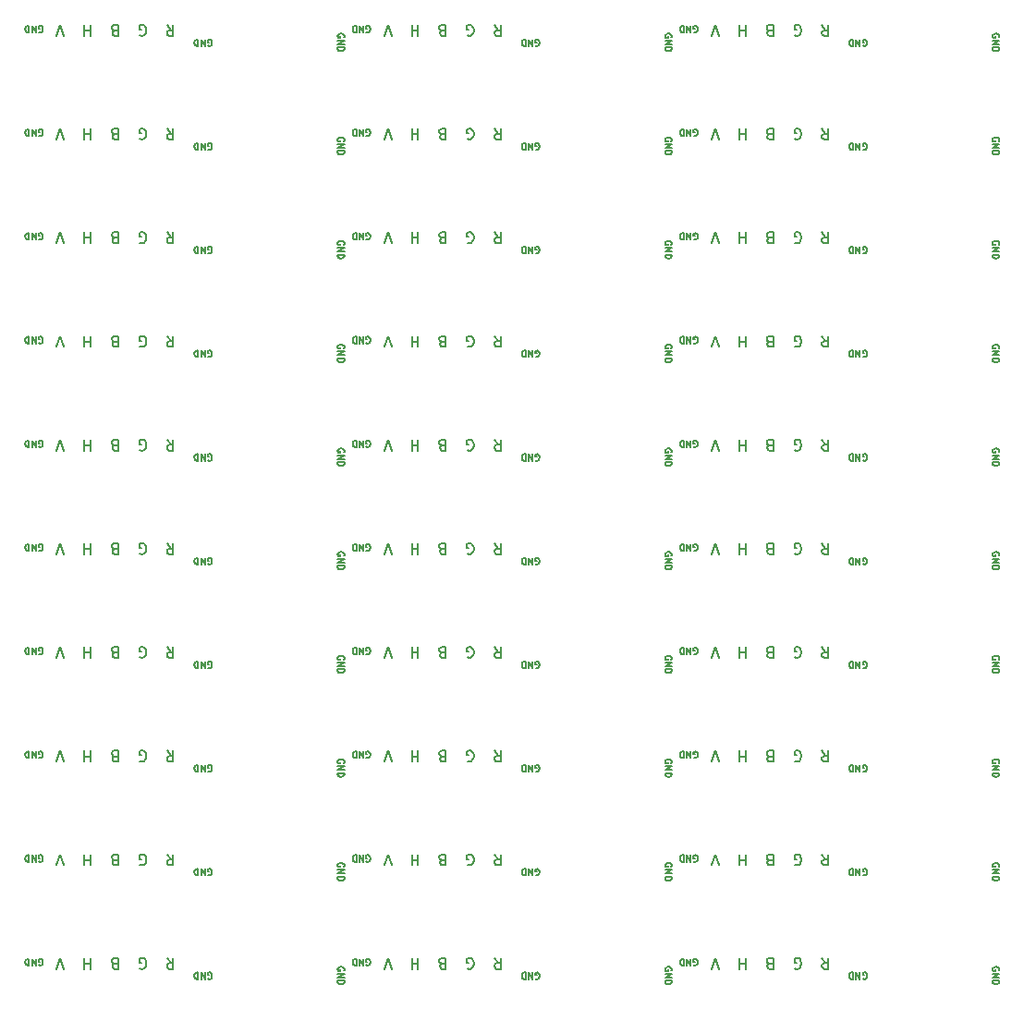
<source format=gto>
G04 #@! TF.GenerationSoftware,KiCad,Pcbnew,(5.1.0)-1*
G04 #@! TF.CreationDate,2020-07-15T16:06:42-04:00*
G04 #@! TF.ProjectId,Breakout Panelized,42726561-6b6f-4757-9420-50616e656c69,rev?*
G04 #@! TF.SameCoordinates,Original*
G04 #@! TF.FileFunction,Legend,Top*
G04 #@! TF.FilePolarity,Positive*
%FSLAX46Y46*%
G04 Gerber Fmt 4.6, Leading zero omitted, Abs format (unit mm)*
G04 Created by KiCad (PCBNEW (5.1.0)-1) date 2020-07-15 16:06:42*
%MOMM*%
%LPD*%
G04 APERTURE LIST*
%ADD10C,0.150000*%
G04 APERTURE END LIST*
D10*
X145275000Y-58867857D02*
X145303571Y-58810714D01*
X145303571Y-58725000D01*
X145275000Y-58639285D01*
X145217857Y-58582142D01*
X145160714Y-58553571D01*
X145046428Y-58525000D01*
X144960714Y-58525000D01*
X144846428Y-58553571D01*
X144789285Y-58582142D01*
X144732142Y-58639285D01*
X144703571Y-58725000D01*
X144703571Y-58782142D01*
X144732142Y-58867857D01*
X144760714Y-58896428D01*
X144960714Y-58896428D01*
X144960714Y-58782142D01*
X144703571Y-59153571D02*
X145303571Y-59153571D01*
X144703571Y-59496428D01*
X145303571Y-59496428D01*
X144703571Y-59782142D02*
X145303571Y-59782142D01*
X145303571Y-59925000D01*
X145275000Y-60010714D01*
X145217857Y-60067857D01*
X145160714Y-60096428D01*
X145046428Y-60125000D01*
X144960714Y-60125000D01*
X144846428Y-60096428D01*
X144789285Y-60067857D01*
X144732142Y-60010714D01*
X144703571Y-59925000D01*
X144703571Y-59782142D01*
X117332142Y-58375000D02*
X117389285Y-58403571D01*
X117475000Y-58403571D01*
X117560714Y-58375000D01*
X117617857Y-58317857D01*
X117646428Y-58260714D01*
X117675000Y-58146428D01*
X117675000Y-58060714D01*
X117646428Y-57946428D01*
X117617857Y-57889285D01*
X117560714Y-57832142D01*
X117475000Y-57803571D01*
X117417857Y-57803571D01*
X117332142Y-57832142D01*
X117303571Y-57860714D01*
X117303571Y-58060714D01*
X117417857Y-58060714D01*
X117046428Y-57803571D02*
X117046428Y-58403571D01*
X116703571Y-57803571D01*
X116703571Y-58403571D01*
X116417857Y-57803571D02*
X116417857Y-58403571D01*
X116275000Y-58403571D01*
X116189285Y-58375000D01*
X116132142Y-58317857D01*
X116103571Y-58260714D01*
X116075000Y-58146428D01*
X116075000Y-58060714D01*
X116103571Y-57946428D01*
X116132142Y-57889285D01*
X116189285Y-57832142D01*
X116275000Y-57803571D01*
X116417857Y-57803571D01*
X99065476Y-57722619D02*
X99398809Y-58198809D01*
X99636904Y-57722619D02*
X99636904Y-58722619D01*
X99255952Y-58722619D01*
X99160714Y-58675000D01*
X99113095Y-58627380D01*
X99065476Y-58532142D01*
X99065476Y-58389285D01*
X99113095Y-58294047D01*
X99160714Y-58246428D01*
X99255952Y-58198809D01*
X99636904Y-58198809D01*
X96589285Y-58675000D02*
X96684523Y-58722619D01*
X96827380Y-58722619D01*
X96970238Y-58675000D01*
X97065476Y-58579761D01*
X97113095Y-58484523D01*
X97160714Y-58294047D01*
X97160714Y-58151190D01*
X97113095Y-57960714D01*
X97065476Y-57865476D01*
X96970238Y-57770238D01*
X96827380Y-57722619D01*
X96732142Y-57722619D01*
X96589285Y-57770238D01*
X96541666Y-57817857D01*
X96541666Y-58151190D01*
X96732142Y-58151190D01*
X94255952Y-58246428D02*
X94113095Y-58198809D01*
X94065476Y-58151190D01*
X94017857Y-58055952D01*
X94017857Y-57913095D01*
X94065476Y-57817857D01*
X94113095Y-57770238D01*
X94208333Y-57722619D01*
X94589285Y-57722619D01*
X94589285Y-58722619D01*
X94255952Y-58722619D01*
X94160714Y-58675000D01*
X94113095Y-58627380D01*
X94065476Y-58532142D01*
X94065476Y-58436904D01*
X94113095Y-58341666D01*
X94160714Y-58294047D01*
X94255952Y-58246428D01*
X94589285Y-58246428D01*
X92065476Y-57722619D02*
X92065476Y-58722619D01*
X92065476Y-58246428D02*
X91494047Y-58246428D01*
X91494047Y-57722619D02*
X91494047Y-58722619D01*
X89636904Y-58722619D02*
X89303571Y-57722619D01*
X88970238Y-58722619D01*
X115275000Y-58867857D02*
X115303571Y-58810714D01*
X115303571Y-58725000D01*
X115275000Y-58639285D01*
X115217857Y-58582142D01*
X115160714Y-58553571D01*
X115046428Y-58525000D01*
X114960714Y-58525000D01*
X114846428Y-58553571D01*
X114789285Y-58582142D01*
X114732142Y-58639285D01*
X114703571Y-58725000D01*
X114703571Y-58782142D01*
X114732142Y-58867857D01*
X114760714Y-58896428D01*
X114960714Y-58896428D01*
X114960714Y-58782142D01*
X114703571Y-59153571D02*
X115303571Y-59153571D01*
X114703571Y-59496428D01*
X115303571Y-59496428D01*
X114703571Y-59782142D02*
X115303571Y-59782142D01*
X115303571Y-59925000D01*
X115275000Y-60010714D01*
X115217857Y-60067857D01*
X115160714Y-60096428D01*
X115046428Y-60125000D01*
X114960714Y-60125000D01*
X114846428Y-60096428D01*
X114789285Y-60067857D01*
X114732142Y-60010714D01*
X114703571Y-59925000D01*
X114703571Y-59782142D01*
X147332142Y-58375000D02*
X147389285Y-58403571D01*
X147475000Y-58403571D01*
X147560714Y-58375000D01*
X147617857Y-58317857D01*
X147646428Y-58260714D01*
X147675000Y-58146428D01*
X147675000Y-58060714D01*
X147646428Y-57946428D01*
X147617857Y-57889285D01*
X147560714Y-57832142D01*
X147475000Y-57803571D01*
X147417857Y-57803571D01*
X147332142Y-57832142D01*
X147303571Y-57860714D01*
X147303571Y-58060714D01*
X147417857Y-58060714D01*
X147046428Y-57803571D02*
X147046428Y-58403571D01*
X146703571Y-57803571D01*
X146703571Y-58403571D01*
X146417857Y-57803571D02*
X146417857Y-58403571D01*
X146275000Y-58403571D01*
X146189285Y-58375000D01*
X146132142Y-58317857D01*
X146103571Y-58260714D01*
X146075000Y-58146428D01*
X146075000Y-58060714D01*
X146103571Y-57946428D01*
X146132142Y-57889285D01*
X146189285Y-57832142D01*
X146275000Y-57803571D01*
X146417857Y-57803571D01*
X87332142Y-67875000D02*
X87389285Y-67903571D01*
X87475000Y-67903571D01*
X87560714Y-67875000D01*
X87617857Y-67817857D01*
X87646428Y-67760714D01*
X87675000Y-67646428D01*
X87675000Y-67560714D01*
X87646428Y-67446428D01*
X87617857Y-67389285D01*
X87560714Y-67332142D01*
X87475000Y-67303571D01*
X87417857Y-67303571D01*
X87332142Y-67332142D01*
X87303571Y-67360714D01*
X87303571Y-67560714D01*
X87417857Y-67560714D01*
X87046428Y-67303571D02*
X87046428Y-67903571D01*
X86703571Y-67303571D01*
X86703571Y-67903571D01*
X86417857Y-67303571D02*
X86417857Y-67903571D01*
X86275000Y-67903571D01*
X86189285Y-67875000D01*
X86132142Y-67817857D01*
X86103571Y-67760714D01*
X86075000Y-67646428D01*
X86075000Y-67560714D01*
X86103571Y-67446428D01*
X86132142Y-67389285D01*
X86189285Y-67332142D01*
X86275000Y-67303571D01*
X86417857Y-67303571D01*
X115275000Y-68367857D02*
X115303571Y-68310714D01*
X115303571Y-68225000D01*
X115275000Y-68139285D01*
X115217857Y-68082142D01*
X115160714Y-68053571D01*
X115046428Y-68025000D01*
X114960714Y-68025000D01*
X114846428Y-68053571D01*
X114789285Y-68082142D01*
X114732142Y-68139285D01*
X114703571Y-68225000D01*
X114703571Y-68282142D01*
X114732142Y-68367857D01*
X114760714Y-68396428D01*
X114960714Y-68396428D01*
X114960714Y-68282142D01*
X114703571Y-68653571D02*
X115303571Y-68653571D01*
X114703571Y-68996428D01*
X115303571Y-68996428D01*
X114703571Y-69282142D02*
X115303571Y-69282142D01*
X115303571Y-69425000D01*
X115275000Y-69510714D01*
X115217857Y-69567857D01*
X115160714Y-69596428D01*
X115046428Y-69625000D01*
X114960714Y-69625000D01*
X114846428Y-69596428D01*
X114789285Y-69567857D01*
X114732142Y-69510714D01*
X114703571Y-69425000D01*
X114703571Y-69282142D01*
X162832142Y-69125000D02*
X162889285Y-69153571D01*
X162975000Y-69153571D01*
X163060714Y-69125000D01*
X163117857Y-69067857D01*
X163146428Y-69010714D01*
X163175000Y-68896428D01*
X163175000Y-68810714D01*
X163146428Y-68696428D01*
X163117857Y-68639285D01*
X163060714Y-68582142D01*
X162975000Y-68553571D01*
X162917857Y-68553571D01*
X162832142Y-68582142D01*
X162803571Y-68610714D01*
X162803571Y-68810714D01*
X162917857Y-68810714D01*
X162546428Y-68553571D02*
X162546428Y-69153571D01*
X162203571Y-68553571D01*
X162203571Y-69153571D01*
X161917857Y-68553571D02*
X161917857Y-69153571D01*
X161775000Y-69153571D01*
X161689285Y-69125000D01*
X161632142Y-69067857D01*
X161603571Y-69010714D01*
X161575000Y-68896428D01*
X161575000Y-68810714D01*
X161603571Y-68696428D01*
X161632142Y-68639285D01*
X161689285Y-68582142D01*
X161775000Y-68553571D01*
X161917857Y-68553571D01*
X132832142Y-69125000D02*
X132889285Y-69153571D01*
X132975000Y-69153571D01*
X133060714Y-69125000D01*
X133117857Y-69067857D01*
X133146428Y-69010714D01*
X133175000Y-68896428D01*
X133175000Y-68810714D01*
X133146428Y-68696428D01*
X133117857Y-68639285D01*
X133060714Y-68582142D01*
X132975000Y-68553571D01*
X132917857Y-68553571D01*
X132832142Y-68582142D01*
X132803571Y-68610714D01*
X132803571Y-68810714D01*
X132917857Y-68810714D01*
X132546428Y-68553571D02*
X132546428Y-69153571D01*
X132203571Y-68553571D01*
X132203571Y-69153571D01*
X131917857Y-68553571D02*
X131917857Y-69153571D01*
X131775000Y-69153571D01*
X131689285Y-69125000D01*
X131632142Y-69067857D01*
X131603571Y-69010714D01*
X131575000Y-68896428D01*
X131575000Y-68810714D01*
X131603571Y-68696428D01*
X131632142Y-68639285D01*
X131689285Y-68582142D01*
X131775000Y-68553571D01*
X131917857Y-68553571D01*
X145275000Y-68367857D02*
X145303571Y-68310714D01*
X145303571Y-68225000D01*
X145275000Y-68139285D01*
X145217857Y-68082142D01*
X145160714Y-68053571D01*
X145046428Y-68025000D01*
X144960714Y-68025000D01*
X144846428Y-68053571D01*
X144789285Y-68082142D01*
X144732142Y-68139285D01*
X144703571Y-68225000D01*
X144703571Y-68282142D01*
X144732142Y-68367857D01*
X144760714Y-68396428D01*
X144960714Y-68396428D01*
X144960714Y-68282142D01*
X144703571Y-68653571D02*
X145303571Y-68653571D01*
X144703571Y-68996428D01*
X145303571Y-68996428D01*
X144703571Y-69282142D02*
X145303571Y-69282142D01*
X145303571Y-69425000D01*
X145275000Y-69510714D01*
X145217857Y-69567857D01*
X145160714Y-69596428D01*
X145046428Y-69625000D01*
X144960714Y-69625000D01*
X144846428Y-69596428D01*
X144789285Y-69567857D01*
X144732142Y-69510714D01*
X144703571Y-69425000D01*
X144703571Y-69282142D01*
X147332142Y-67875000D02*
X147389285Y-67903571D01*
X147475000Y-67903571D01*
X147560714Y-67875000D01*
X147617857Y-67817857D01*
X147646428Y-67760714D01*
X147675000Y-67646428D01*
X147675000Y-67560714D01*
X147646428Y-67446428D01*
X147617857Y-67389285D01*
X147560714Y-67332142D01*
X147475000Y-67303571D01*
X147417857Y-67303571D01*
X147332142Y-67332142D01*
X147303571Y-67360714D01*
X147303571Y-67560714D01*
X147417857Y-67560714D01*
X147046428Y-67303571D02*
X147046428Y-67903571D01*
X146703571Y-67303571D01*
X146703571Y-67903571D01*
X146417857Y-67303571D02*
X146417857Y-67903571D01*
X146275000Y-67903571D01*
X146189285Y-67875000D01*
X146132142Y-67817857D01*
X146103571Y-67760714D01*
X146075000Y-67646428D01*
X146075000Y-67560714D01*
X146103571Y-67446428D01*
X146132142Y-67389285D01*
X146189285Y-67332142D01*
X146275000Y-67303571D01*
X146417857Y-67303571D01*
X129065476Y-57722619D02*
X129398809Y-58198809D01*
X129636904Y-57722619D02*
X129636904Y-58722619D01*
X129255952Y-58722619D01*
X129160714Y-58675000D01*
X129113095Y-58627380D01*
X129065476Y-58532142D01*
X129065476Y-58389285D01*
X129113095Y-58294047D01*
X129160714Y-58246428D01*
X129255952Y-58198809D01*
X129636904Y-58198809D01*
X126589285Y-58675000D02*
X126684523Y-58722619D01*
X126827380Y-58722619D01*
X126970238Y-58675000D01*
X127065476Y-58579761D01*
X127113095Y-58484523D01*
X127160714Y-58294047D01*
X127160714Y-58151190D01*
X127113095Y-57960714D01*
X127065476Y-57865476D01*
X126970238Y-57770238D01*
X126827380Y-57722619D01*
X126732142Y-57722619D01*
X126589285Y-57770238D01*
X126541666Y-57817857D01*
X126541666Y-58151190D01*
X126732142Y-58151190D01*
X124255952Y-58246428D02*
X124113095Y-58198809D01*
X124065476Y-58151190D01*
X124017857Y-58055952D01*
X124017857Y-57913095D01*
X124065476Y-57817857D01*
X124113095Y-57770238D01*
X124208333Y-57722619D01*
X124589285Y-57722619D01*
X124589285Y-58722619D01*
X124255952Y-58722619D01*
X124160714Y-58675000D01*
X124113095Y-58627380D01*
X124065476Y-58532142D01*
X124065476Y-58436904D01*
X124113095Y-58341666D01*
X124160714Y-58294047D01*
X124255952Y-58246428D01*
X124589285Y-58246428D01*
X122065476Y-57722619D02*
X122065476Y-58722619D01*
X122065476Y-58246428D02*
X121494047Y-58246428D01*
X121494047Y-57722619D02*
X121494047Y-58722619D01*
X119636904Y-58722619D02*
X119303571Y-57722619D01*
X118970238Y-58722619D01*
X102832142Y-59625000D02*
X102889285Y-59653571D01*
X102975000Y-59653571D01*
X103060714Y-59625000D01*
X103117857Y-59567857D01*
X103146428Y-59510714D01*
X103175000Y-59396428D01*
X103175000Y-59310714D01*
X103146428Y-59196428D01*
X103117857Y-59139285D01*
X103060714Y-59082142D01*
X102975000Y-59053571D01*
X102917857Y-59053571D01*
X102832142Y-59082142D01*
X102803571Y-59110714D01*
X102803571Y-59310714D01*
X102917857Y-59310714D01*
X102546428Y-59053571D02*
X102546428Y-59653571D01*
X102203571Y-59053571D01*
X102203571Y-59653571D01*
X101917857Y-59053571D02*
X101917857Y-59653571D01*
X101775000Y-59653571D01*
X101689285Y-59625000D01*
X101632142Y-59567857D01*
X101603571Y-59510714D01*
X101575000Y-59396428D01*
X101575000Y-59310714D01*
X101603571Y-59196428D01*
X101632142Y-59139285D01*
X101689285Y-59082142D01*
X101775000Y-59053571D01*
X101917857Y-59053571D01*
X129065476Y-67222619D02*
X129398809Y-67698809D01*
X129636904Y-67222619D02*
X129636904Y-68222619D01*
X129255952Y-68222619D01*
X129160714Y-68175000D01*
X129113095Y-68127380D01*
X129065476Y-68032142D01*
X129065476Y-67889285D01*
X129113095Y-67794047D01*
X129160714Y-67746428D01*
X129255952Y-67698809D01*
X129636904Y-67698809D01*
X126589285Y-68175000D02*
X126684523Y-68222619D01*
X126827380Y-68222619D01*
X126970238Y-68175000D01*
X127065476Y-68079761D01*
X127113095Y-67984523D01*
X127160714Y-67794047D01*
X127160714Y-67651190D01*
X127113095Y-67460714D01*
X127065476Y-67365476D01*
X126970238Y-67270238D01*
X126827380Y-67222619D01*
X126732142Y-67222619D01*
X126589285Y-67270238D01*
X126541666Y-67317857D01*
X126541666Y-67651190D01*
X126732142Y-67651190D01*
X124255952Y-67746428D02*
X124113095Y-67698809D01*
X124065476Y-67651190D01*
X124017857Y-67555952D01*
X124017857Y-67413095D01*
X124065476Y-67317857D01*
X124113095Y-67270238D01*
X124208333Y-67222619D01*
X124589285Y-67222619D01*
X124589285Y-68222619D01*
X124255952Y-68222619D01*
X124160714Y-68175000D01*
X124113095Y-68127380D01*
X124065476Y-68032142D01*
X124065476Y-67936904D01*
X124113095Y-67841666D01*
X124160714Y-67794047D01*
X124255952Y-67746428D01*
X124589285Y-67746428D01*
X122065476Y-67222619D02*
X122065476Y-68222619D01*
X122065476Y-67746428D02*
X121494047Y-67746428D01*
X121494047Y-67222619D02*
X121494047Y-68222619D01*
X119636904Y-68222619D02*
X119303571Y-67222619D01*
X118970238Y-68222619D01*
X159065476Y-67222619D02*
X159398809Y-67698809D01*
X159636904Y-67222619D02*
X159636904Y-68222619D01*
X159255952Y-68222619D01*
X159160714Y-68175000D01*
X159113095Y-68127380D01*
X159065476Y-68032142D01*
X159065476Y-67889285D01*
X159113095Y-67794047D01*
X159160714Y-67746428D01*
X159255952Y-67698809D01*
X159636904Y-67698809D01*
X156589285Y-68175000D02*
X156684523Y-68222619D01*
X156827380Y-68222619D01*
X156970238Y-68175000D01*
X157065476Y-68079761D01*
X157113095Y-67984523D01*
X157160714Y-67794047D01*
X157160714Y-67651190D01*
X157113095Y-67460714D01*
X157065476Y-67365476D01*
X156970238Y-67270238D01*
X156827380Y-67222619D01*
X156732142Y-67222619D01*
X156589285Y-67270238D01*
X156541666Y-67317857D01*
X156541666Y-67651190D01*
X156732142Y-67651190D01*
X154255952Y-67746428D02*
X154113095Y-67698809D01*
X154065476Y-67651190D01*
X154017857Y-67555952D01*
X154017857Y-67413095D01*
X154065476Y-67317857D01*
X154113095Y-67270238D01*
X154208333Y-67222619D01*
X154589285Y-67222619D01*
X154589285Y-68222619D01*
X154255952Y-68222619D01*
X154160714Y-68175000D01*
X154113095Y-68127380D01*
X154065476Y-68032142D01*
X154065476Y-67936904D01*
X154113095Y-67841666D01*
X154160714Y-67794047D01*
X154255952Y-67746428D01*
X154589285Y-67746428D01*
X152065476Y-67222619D02*
X152065476Y-68222619D01*
X152065476Y-67746428D02*
X151494047Y-67746428D01*
X151494047Y-67222619D02*
X151494047Y-68222619D01*
X149636904Y-68222619D02*
X149303571Y-67222619D01*
X148970238Y-68222619D01*
X175275000Y-58867857D02*
X175303571Y-58810714D01*
X175303571Y-58725000D01*
X175275000Y-58639285D01*
X175217857Y-58582142D01*
X175160714Y-58553571D01*
X175046428Y-58525000D01*
X174960714Y-58525000D01*
X174846428Y-58553571D01*
X174789285Y-58582142D01*
X174732142Y-58639285D01*
X174703571Y-58725000D01*
X174703571Y-58782142D01*
X174732142Y-58867857D01*
X174760714Y-58896428D01*
X174960714Y-58896428D01*
X174960714Y-58782142D01*
X174703571Y-59153571D02*
X175303571Y-59153571D01*
X174703571Y-59496428D01*
X175303571Y-59496428D01*
X174703571Y-59782142D02*
X175303571Y-59782142D01*
X175303571Y-59925000D01*
X175275000Y-60010714D01*
X175217857Y-60067857D01*
X175160714Y-60096428D01*
X175046428Y-60125000D01*
X174960714Y-60125000D01*
X174846428Y-60096428D01*
X174789285Y-60067857D01*
X174732142Y-60010714D01*
X174703571Y-59925000D01*
X174703571Y-59782142D01*
X99065476Y-67222619D02*
X99398809Y-67698809D01*
X99636904Y-67222619D02*
X99636904Y-68222619D01*
X99255952Y-68222619D01*
X99160714Y-68175000D01*
X99113095Y-68127380D01*
X99065476Y-68032142D01*
X99065476Y-67889285D01*
X99113095Y-67794047D01*
X99160714Y-67746428D01*
X99255952Y-67698809D01*
X99636904Y-67698809D01*
X96589285Y-68175000D02*
X96684523Y-68222619D01*
X96827380Y-68222619D01*
X96970238Y-68175000D01*
X97065476Y-68079761D01*
X97113095Y-67984523D01*
X97160714Y-67794047D01*
X97160714Y-67651190D01*
X97113095Y-67460714D01*
X97065476Y-67365476D01*
X96970238Y-67270238D01*
X96827380Y-67222619D01*
X96732142Y-67222619D01*
X96589285Y-67270238D01*
X96541666Y-67317857D01*
X96541666Y-67651190D01*
X96732142Y-67651190D01*
X94255952Y-67746428D02*
X94113095Y-67698809D01*
X94065476Y-67651190D01*
X94017857Y-67555952D01*
X94017857Y-67413095D01*
X94065476Y-67317857D01*
X94113095Y-67270238D01*
X94208333Y-67222619D01*
X94589285Y-67222619D01*
X94589285Y-68222619D01*
X94255952Y-68222619D01*
X94160714Y-68175000D01*
X94113095Y-68127380D01*
X94065476Y-68032142D01*
X94065476Y-67936904D01*
X94113095Y-67841666D01*
X94160714Y-67794047D01*
X94255952Y-67746428D01*
X94589285Y-67746428D01*
X92065476Y-67222619D02*
X92065476Y-68222619D01*
X92065476Y-67746428D02*
X91494047Y-67746428D01*
X91494047Y-67222619D02*
X91494047Y-68222619D01*
X89636904Y-68222619D02*
X89303571Y-67222619D01*
X88970238Y-68222619D01*
X132832142Y-59625000D02*
X132889285Y-59653571D01*
X132975000Y-59653571D01*
X133060714Y-59625000D01*
X133117857Y-59567857D01*
X133146428Y-59510714D01*
X133175000Y-59396428D01*
X133175000Y-59310714D01*
X133146428Y-59196428D01*
X133117857Y-59139285D01*
X133060714Y-59082142D01*
X132975000Y-59053571D01*
X132917857Y-59053571D01*
X132832142Y-59082142D01*
X132803571Y-59110714D01*
X132803571Y-59310714D01*
X132917857Y-59310714D01*
X132546428Y-59053571D02*
X132546428Y-59653571D01*
X132203571Y-59053571D01*
X132203571Y-59653571D01*
X131917857Y-59053571D02*
X131917857Y-59653571D01*
X131775000Y-59653571D01*
X131689285Y-59625000D01*
X131632142Y-59567857D01*
X131603571Y-59510714D01*
X131575000Y-59396428D01*
X131575000Y-59310714D01*
X131603571Y-59196428D01*
X131632142Y-59139285D01*
X131689285Y-59082142D01*
X131775000Y-59053571D01*
X131917857Y-59053571D01*
X117332142Y-67875000D02*
X117389285Y-67903571D01*
X117475000Y-67903571D01*
X117560714Y-67875000D01*
X117617857Y-67817857D01*
X117646428Y-67760714D01*
X117675000Y-67646428D01*
X117675000Y-67560714D01*
X117646428Y-67446428D01*
X117617857Y-67389285D01*
X117560714Y-67332142D01*
X117475000Y-67303571D01*
X117417857Y-67303571D01*
X117332142Y-67332142D01*
X117303571Y-67360714D01*
X117303571Y-67560714D01*
X117417857Y-67560714D01*
X117046428Y-67303571D02*
X117046428Y-67903571D01*
X116703571Y-67303571D01*
X116703571Y-67903571D01*
X116417857Y-67303571D02*
X116417857Y-67903571D01*
X116275000Y-67903571D01*
X116189285Y-67875000D01*
X116132142Y-67817857D01*
X116103571Y-67760714D01*
X116075000Y-67646428D01*
X116075000Y-67560714D01*
X116103571Y-67446428D01*
X116132142Y-67389285D01*
X116189285Y-67332142D01*
X116275000Y-67303571D01*
X116417857Y-67303571D01*
X102832142Y-69125000D02*
X102889285Y-69153571D01*
X102975000Y-69153571D01*
X103060714Y-69125000D01*
X103117857Y-69067857D01*
X103146428Y-69010714D01*
X103175000Y-68896428D01*
X103175000Y-68810714D01*
X103146428Y-68696428D01*
X103117857Y-68639285D01*
X103060714Y-68582142D01*
X102975000Y-68553571D01*
X102917857Y-68553571D01*
X102832142Y-68582142D01*
X102803571Y-68610714D01*
X102803571Y-68810714D01*
X102917857Y-68810714D01*
X102546428Y-68553571D02*
X102546428Y-69153571D01*
X102203571Y-68553571D01*
X102203571Y-69153571D01*
X101917857Y-68553571D02*
X101917857Y-69153571D01*
X101775000Y-69153571D01*
X101689285Y-69125000D01*
X101632142Y-69067857D01*
X101603571Y-69010714D01*
X101575000Y-68896428D01*
X101575000Y-68810714D01*
X101603571Y-68696428D01*
X101632142Y-68639285D01*
X101689285Y-68582142D01*
X101775000Y-68553571D01*
X101917857Y-68553571D01*
X87332142Y-58375000D02*
X87389285Y-58403571D01*
X87475000Y-58403571D01*
X87560714Y-58375000D01*
X87617857Y-58317857D01*
X87646428Y-58260714D01*
X87675000Y-58146428D01*
X87675000Y-58060714D01*
X87646428Y-57946428D01*
X87617857Y-57889285D01*
X87560714Y-57832142D01*
X87475000Y-57803571D01*
X87417857Y-57803571D01*
X87332142Y-57832142D01*
X87303571Y-57860714D01*
X87303571Y-58060714D01*
X87417857Y-58060714D01*
X87046428Y-57803571D02*
X87046428Y-58403571D01*
X86703571Y-57803571D01*
X86703571Y-58403571D01*
X86417857Y-57803571D02*
X86417857Y-58403571D01*
X86275000Y-58403571D01*
X86189285Y-58375000D01*
X86132142Y-58317857D01*
X86103571Y-58260714D01*
X86075000Y-58146428D01*
X86075000Y-58060714D01*
X86103571Y-57946428D01*
X86132142Y-57889285D01*
X86189285Y-57832142D01*
X86275000Y-57803571D01*
X86417857Y-57803571D01*
X159065476Y-57722619D02*
X159398809Y-58198809D01*
X159636904Y-57722619D02*
X159636904Y-58722619D01*
X159255952Y-58722619D01*
X159160714Y-58675000D01*
X159113095Y-58627380D01*
X159065476Y-58532142D01*
X159065476Y-58389285D01*
X159113095Y-58294047D01*
X159160714Y-58246428D01*
X159255952Y-58198809D01*
X159636904Y-58198809D01*
X156589285Y-58675000D02*
X156684523Y-58722619D01*
X156827380Y-58722619D01*
X156970238Y-58675000D01*
X157065476Y-58579761D01*
X157113095Y-58484523D01*
X157160714Y-58294047D01*
X157160714Y-58151190D01*
X157113095Y-57960714D01*
X157065476Y-57865476D01*
X156970238Y-57770238D01*
X156827380Y-57722619D01*
X156732142Y-57722619D01*
X156589285Y-57770238D01*
X156541666Y-57817857D01*
X156541666Y-58151190D01*
X156732142Y-58151190D01*
X154255952Y-58246428D02*
X154113095Y-58198809D01*
X154065476Y-58151190D01*
X154017857Y-58055952D01*
X154017857Y-57913095D01*
X154065476Y-57817857D01*
X154113095Y-57770238D01*
X154208333Y-57722619D01*
X154589285Y-57722619D01*
X154589285Y-58722619D01*
X154255952Y-58722619D01*
X154160714Y-58675000D01*
X154113095Y-58627380D01*
X154065476Y-58532142D01*
X154065476Y-58436904D01*
X154113095Y-58341666D01*
X154160714Y-58294047D01*
X154255952Y-58246428D01*
X154589285Y-58246428D01*
X152065476Y-57722619D02*
X152065476Y-58722619D01*
X152065476Y-58246428D02*
X151494047Y-58246428D01*
X151494047Y-57722619D02*
X151494047Y-58722619D01*
X149636904Y-58722619D02*
X149303571Y-57722619D01*
X148970238Y-58722619D01*
X175275000Y-68367857D02*
X175303571Y-68310714D01*
X175303571Y-68225000D01*
X175275000Y-68139285D01*
X175217857Y-68082142D01*
X175160714Y-68053571D01*
X175046428Y-68025000D01*
X174960714Y-68025000D01*
X174846428Y-68053571D01*
X174789285Y-68082142D01*
X174732142Y-68139285D01*
X174703571Y-68225000D01*
X174703571Y-68282142D01*
X174732142Y-68367857D01*
X174760714Y-68396428D01*
X174960714Y-68396428D01*
X174960714Y-68282142D01*
X174703571Y-68653571D02*
X175303571Y-68653571D01*
X174703571Y-68996428D01*
X175303571Y-68996428D01*
X174703571Y-69282142D02*
X175303571Y-69282142D01*
X175303571Y-69425000D01*
X175275000Y-69510714D01*
X175217857Y-69567857D01*
X175160714Y-69596428D01*
X175046428Y-69625000D01*
X174960714Y-69625000D01*
X174846428Y-69596428D01*
X174789285Y-69567857D01*
X174732142Y-69510714D01*
X174703571Y-69425000D01*
X174703571Y-69282142D01*
X162832142Y-59625000D02*
X162889285Y-59653571D01*
X162975000Y-59653571D01*
X163060714Y-59625000D01*
X163117857Y-59567857D01*
X163146428Y-59510714D01*
X163175000Y-59396428D01*
X163175000Y-59310714D01*
X163146428Y-59196428D01*
X163117857Y-59139285D01*
X163060714Y-59082142D01*
X162975000Y-59053571D01*
X162917857Y-59053571D01*
X162832142Y-59082142D01*
X162803571Y-59110714D01*
X162803571Y-59310714D01*
X162917857Y-59310714D01*
X162546428Y-59053571D02*
X162546428Y-59653571D01*
X162203571Y-59053571D01*
X162203571Y-59653571D01*
X161917857Y-59053571D02*
X161917857Y-59653571D01*
X161775000Y-59653571D01*
X161689285Y-59625000D01*
X161632142Y-59567857D01*
X161603571Y-59510714D01*
X161575000Y-59396428D01*
X161575000Y-59310714D01*
X161603571Y-59196428D01*
X161632142Y-59139285D01*
X161689285Y-59082142D01*
X161775000Y-59053571D01*
X161917857Y-59053571D01*
X147332142Y-86875000D02*
X147389285Y-86903571D01*
X147475000Y-86903571D01*
X147560714Y-86875000D01*
X147617857Y-86817857D01*
X147646428Y-86760714D01*
X147675000Y-86646428D01*
X147675000Y-86560714D01*
X147646428Y-86446428D01*
X147617857Y-86389285D01*
X147560714Y-86332142D01*
X147475000Y-86303571D01*
X147417857Y-86303571D01*
X147332142Y-86332142D01*
X147303571Y-86360714D01*
X147303571Y-86560714D01*
X147417857Y-86560714D01*
X147046428Y-86303571D02*
X147046428Y-86903571D01*
X146703571Y-86303571D01*
X146703571Y-86903571D01*
X146417857Y-86303571D02*
X146417857Y-86903571D01*
X146275000Y-86903571D01*
X146189285Y-86875000D01*
X146132142Y-86817857D01*
X146103571Y-86760714D01*
X146075000Y-86646428D01*
X146075000Y-86560714D01*
X146103571Y-86446428D01*
X146132142Y-86389285D01*
X146189285Y-86332142D01*
X146275000Y-86303571D01*
X146417857Y-86303571D01*
X87332142Y-86875000D02*
X87389285Y-86903571D01*
X87475000Y-86903571D01*
X87560714Y-86875000D01*
X87617857Y-86817857D01*
X87646428Y-86760714D01*
X87675000Y-86646428D01*
X87675000Y-86560714D01*
X87646428Y-86446428D01*
X87617857Y-86389285D01*
X87560714Y-86332142D01*
X87475000Y-86303571D01*
X87417857Y-86303571D01*
X87332142Y-86332142D01*
X87303571Y-86360714D01*
X87303571Y-86560714D01*
X87417857Y-86560714D01*
X87046428Y-86303571D02*
X87046428Y-86903571D01*
X86703571Y-86303571D01*
X86703571Y-86903571D01*
X86417857Y-86303571D02*
X86417857Y-86903571D01*
X86275000Y-86903571D01*
X86189285Y-86875000D01*
X86132142Y-86817857D01*
X86103571Y-86760714D01*
X86075000Y-86646428D01*
X86075000Y-86560714D01*
X86103571Y-86446428D01*
X86132142Y-86389285D01*
X86189285Y-86332142D01*
X86275000Y-86303571D01*
X86417857Y-86303571D01*
X159065476Y-86222619D02*
X159398809Y-86698809D01*
X159636904Y-86222619D02*
X159636904Y-87222619D01*
X159255952Y-87222619D01*
X159160714Y-87175000D01*
X159113095Y-87127380D01*
X159065476Y-87032142D01*
X159065476Y-86889285D01*
X159113095Y-86794047D01*
X159160714Y-86746428D01*
X159255952Y-86698809D01*
X159636904Y-86698809D01*
X156589285Y-87175000D02*
X156684523Y-87222619D01*
X156827380Y-87222619D01*
X156970238Y-87175000D01*
X157065476Y-87079761D01*
X157113095Y-86984523D01*
X157160714Y-86794047D01*
X157160714Y-86651190D01*
X157113095Y-86460714D01*
X157065476Y-86365476D01*
X156970238Y-86270238D01*
X156827380Y-86222619D01*
X156732142Y-86222619D01*
X156589285Y-86270238D01*
X156541666Y-86317857D01*
X156541666Y-86651190D01*
X156732142Y-86651190D01*
X154255952Y-86746428D02*
X154113095Y-86698809D01*
X154065476Y-86651190D01*
X154017857Y-86555952D01*
X154017857Y-86413095D01*
X154065476Y-86317857D01*
X154113095Y-86270238D01*
X154208333Y-86222619D01*
X154589285Y-86222619D01*
X154589285Y-87222619D01*
X154255952Y-87222619D01*
X154160714Y-87175000D01*
X154113095Y-87127380D01*
X154065476Y-87032142D01*
X154065476Y-86936904D01*
X154113095Y-86841666D01*
X154160714Y-86794047D01*
X154255952Y-86746428D01*
X154589285Y-86746428D01*
X152065476Y-86222619D02*
X152065476Y-87222619D01*
X152065476Y-86746428D02*
X151494047Y-86746428D01*
X151494047Y-86222619D02*
X151494047Y-87222619D01*
X149636904Y-87222619D02*
X149303571Y-86222619D01*
X148970238Y-87222619D01*
X99065476Y-86222619D02*
X99398809Y-86698809D01*
X99636904Y-86222619D02*
X99636904Y-87222619D01*
X99255952Y-87222619D01*
X99160714Y-87175000D01*
X99113095Y-87127380D01*
X99065476Y-87032142D01*
X99065476Y-86889285D01*
X99113095Y-86794047D01*
X99160714Y-86746428D01*
X99255952Y-86698809D01*
X99636904Y-86698809D01*
X96589285Y-87175000D02*
X96684523Y-87222619D01*
X96827380Y-87222619D01*
X96970238Y-87175000D01*
X97065476Y-87079761D01*
X97113095Y-86984523D01*
X97160714Y-86794047D01*
X97160714Y-86651190D01*
X97113095Y-86460714D01*
X97065476Y-86365476D01*
X96970238Y-86270238D01*
X96827380Y-86222619D01*
X96732142Y-86222619D01*
X96589285Y-86270238D01*
X96541666Y-86317857D01*
X96541666Y-86651190D01*
X96732142Y-86651190D01*
X94255952Y-86746428D02*
X94113095Y-86698809D01*
X94065476Y-86651190D01*
X94017857Y-86555952D01*
X94017857Y-86413095D01*
X94065476Y-86317857D01*
X94113095Y-86270238D01*
X94208333Y-86222619D01*
X94589285Y-86222619D01*
X94589285Y-87222619D01*
X94255952Y-87222619D01*
X94160714Y-87175000D01*
X94113095Y-87127380D01*
X94065476Y-87032142D01*
X94065476Y-86936904D01*
X94113095Y-86841666D01*
X94160714Y-86794047D01*
X94255952Y-86746428D01*
X94589285Y-86746428D01*
X92065476Y-86222619D02*
X92065476Y-87222619D01*
X92065476Y-86746428D02*
X91494047Y-86746428D01*
X91494047Y-86222619D02*
X91494047Y-87222619D01*
X89636904Y-87222619D02*
X89303571Y-86222619D01*
X88970238Y-87222619D01*
X132832142Y-78625000D02*
X132889285Y-78653571D01*
X132975000Y-78653571D01*
X133060714Y-78625000D01*
X133117857Y-78567857D01*
X133146428Y-78510714D01*
X133175000Y-78396428D01*
X133175000Y-78310714D01*
X133146428Y-78196428D01*
X133117857Y-78139285D01*
X133060714Y-78082142D01*
X132975000Y-78053571D01*
X132917857Y-78053571D01*
X132832142Y-78082142D01*
X132803571Y-78110714D01*
X132803571Y-78310714D01*
X132917857Y-78310714D01*
X132546428Y-78053571D02*
X132546428Y-78653571D01*
X132203571Y-78053571D01*
X132203571Y-78653571D01*
X131917857Y-78053571D02*
X131917857Y-78653571D01*
X131775000Y-78653571D01*
X131689285Y-78625000D01*
X131632142Y-78567857D01*
X131603571Y-78510714D01*
X131575000Y-78396428D01*
X131575000Y-78310714D01*
X131603571Y-78196428D01*
X131632142Y-78139285D01*
X131689285Y-78082142D01*
X131775000Y-78053571D01*
X131917857Y-78053571D01*
X145275000Y-87367857D02*
X145303571Y-87310714D01*
X145303571Y-87225000D01*
X145275000Y-87139285D01*
X145217857Y-87082142D01*
X145160714Y-87053571D01*
X145046428Y-87025000D01*
X144960714Y-87025000D01*
X144846428Y-87053571D01*
X144789285Y-87082142D01*
X144732142Y-87139285D01*
X144703571Y-87225000D01*
X144703571Y-87282142D01*
X144732142Y-87367857D01*
X144760714Y-87396428D01*
X144960714Y-87396428D01*
X144960714Y-87282142D01*
X144703571Y-87653571D02*
X145303571Y-87653571D01*
X144703571Y-87996428D01*
X145303571Y-87996428D01*
X144703571Y-88282142D02*
X145303571Y-88282142D01*
X145303571Y-88425000D01*
X145275000Y-88510714D01*
X145217857Y-88567857D01*
X145160714Y-88596428D01*
X145046428Y-88625000D01*
X144960714Y-88625000D01*
X144846428Y-88596428D01*
X144789285Y-88567857D01*
X144732142Y-88510714D01*
X144703571Y-88425000D01*
X144703571Y-88282142D01*
X115275000Y-77867857D02*
X115303571Y-77810714D01*
X115303571Y-77725000D01*
X115275000Y-77639285D01*
X115217857Y-77582142D01*
X115160714Y-77553571D01*
X115046428Y-77525000D01*
X114960714Y-77525000D01*
X114846428Y-77553571D01*
X114789285Y-77582142D01*
X114732142Y-77639285D01*
X114703571Y-77725000D01*
X114703571Y-77782142D01*
X114732142Y-77867857D01*
X114760714Y-77896428D01*
X114960714Y-77896428D01*
X114960714Y-77782142D01*
X114703571Y-78153571D02*
X115303571Y-78153571D01*
X114703571Y-78496428D01*
X115303571Y-78496428D01*
X114703571Y-78782142D02*
X115303571Y-78782142D01*
X115303571Y-78925000D01*
X115275000Y-79010714D01*
X115217857Y-79067857D01*
X115160714Y-79096428D01*
X115046428Y-79125000D01*
X114960714Y-79125000D01*
X114846428Y-79096428D01*
X114789285Y-79067857D01*
X114732142Y-79010714D01*
X114703571Y-78925000D01*
X114703571Y-78782142D01*
X159065476Y-76722619D02*
X159398809Y-77198809D01*
X159636904Y-76722619D02*
X159636904Y-77722619D01*
X159255952Y-77722619D01*
X159160714Y-77675000D01*
X159113095Y-77627380D01*
X159065476Y-77532142D01*
X159065476Y-77389285D01*
X159113095Y-77294047D01*
X159160714Y-77246428D01*
X159255952Y-77198809D01*
X159636904Y-77198809D01*
X156589285Y-77675000D02*
X156684523Y-77722619D01*
X156827380Y-77722619D01*
X156970238Y-77675000D01*
X157065476Y-77579761D01*
X157113095Y-77484523D01*
X157160714Y-77294047D01*
X157160714Y-77151190D01*
X157113095Y-76960714D01*
X157065476Y-76865476D01*
X156970238Y-76770238D01*
X156827380Y-76722619D01*
X156732142Y-76722619D01*
X156589285Y-76770238D01*
X156541666Y-76817857D01*
X156541666Y-77151190D01*
X156732142Y-77151190D01*
X154255952Y-77246428D02*
X154113095Y-77198809D01*
X154065476Y-77151190D01*
X154017857Y-77055952D01*
X154017857Y-76913095D01*
X154065476Y-76817857D01*
X154113095Y-76770238D01*
X154208333Y-76722619D01*
X154589285Y-76722619D01*
X154589285Y-77722619D01*
X154255952Y-77722619D01*
X154160714Y-77675000D01*
X154113095Y-77627380D01*
X154065476Y-77532142D01*
X154065476Y-77436904D01*
X154113095Y-77341666D01*
X154160714Y-77294047D01*
X154255952Y-77246428D01*
X154589285Y-77246428D01*
X152065476Y-76722619D02*
X152065476Y-77722619D01*
X152065476Y-77246428D02*
X151494047Y-77246428D01*
X151494047Y-76722619D02*
X151494047Y-77722619D01*
X149636904Y-77722619D02*
X149303571Y-76722619D01*
X148970238Y-77722619D01*
X132832142Y-88125000D02*
X132889285Y-88153571D01*
X132975000Y-88153571D01*
X133060714Y-88125000D01*
X133117857Y-88067857D01*
X133146428Y-88010714D01*
X133175000Y-87896428D01*
X133175000Y-87810714D01*
X133146428Y-87696428D01*
X133117857Y-87639285D01*
X133060714Y-87582142D01*
X132975000Y-87553571D01*
X132917857Y-87553571D01*
X132832142Y-87582142D01*
X132803571Y-87610714D01*
X132803571Y-87810714D01*
X132917857Y-87810714D01*
X132546428Y-87553571D02*
X132546428Y-88153571D01*
X132203571Y-87553571D01*
X132203571Y-88153571D01*
X131917857Y-87553571D02*
X131917857Y-88153571D01*
X131775000Y-88153571D01*
X131689285Y-88125000D01*
X131632142Y-88067857D01*
X131603571Y-88010714D01*
X131575000Y-87896428D01*
X131575000Y-87810714D01*
X131603571Y-87696428D01*
X131632142Y-87639285D01*
X131689285Y-87582142D01*
X131775000Y-87553571D01*
X131917857Y-87553571D01*
X129065476Y-76722619D02*
X129398809Y-77198809D01*
X129636904Y-76722619D02*
X129636904Y-77722619D01*
X129255952Y-77722619D01*
X129160714Y-77675000D01*
X129113095Y-77627380D01*
X129065476Y-77532142D01*
X129065476Y-77389285D01*
X129113095Y-77294047D01*
X129160714Y-77246428D01*
X129255952Y-77198809D01*
X129636904Y-77198809D01*
X126589285Y-77675000D02*
X126684523Y-77722619D01*
X126827380Y-77722619D01*
X126970238Y-77675000D01*
X127065476Y-77579761D01*
X127113095Y-77484523D01*
X127160714Y-77294047D01*
X127160714Y-77151190D01*
X127113095Y-76960714D01*
X127065476Y-76865476D01*
X126970238Y-76770238D01*
X126827380Y-76722619D01*
X126732142Y-76722619D01*
X126589285Y-76770238D01*
X126541666Y-76817857D01*
X126541666Y-77151190D01*
X126732142Y-77151190D01*
X124255952Y-77246428D02*
X124113095Y-77198809D01*
X124065476Y-77151190D01*
X124017857Y-77055952D01*
X124017857Y-76913095D01*
X124065476Y-76817857D01*
X124113095Y-76770238D01*
X124208333Y-76722619D01*
X124589285Y-76722619D01*
X124589285Y-77722619D01*
X124255952Y-77722619D01*
X124160714Y-77675000D01*
X124113095Y-77627380D01*
X124065476Y-77532142D01*
X124065476Y-77436904D01*
X124113095Y-77341666D01*
X124160714Y-77294047D01*
X124255952Y-77246428D01*
X124589285Y-77246428D01*
X122065476Y-76722619D02*
X122065476Y-77722619D01*
X122065476Y-77246428D02*
X121494047Y-77246428D01*
X121494047Y-76722619D02*
X121494047Y-77722619D01*
X119636904Y-77722619D02*
X119303571Y-76722619D01*
X118970238Y-77722619D01*
X162832142Y-78625000D02*
X162889285Y-78653571D01*
X162975000Y-78653571D01*
X163060714Y-78625000D01*
X163117857Y-78567857D01*
X163146428Y-78510714D01*
X163175000Y-78396428D01*
X163175000Y-78310714D01*
X163146428Y-78196428D01*
X163117857Y-78139285D01*
X163060714Y-78082142D01*
X162975000Y-78053571D01*
X162917857Y-78053571D01*
X162832142Y-78082142D01*
X162803571Y-78110714D01*
X162803571Y-78310714D01*
X162917857Y-78310714D01*
X162546428Y-78053571D02*
X162546428Y-78653571D01*
X162203571Y-78053571D01*
X162203571Y-78653571D01*
X161917857Y-78053571D02*
X161917857Y-78653571D01*
X161775000Y-78653571D01*
X161689285Y-78625000D01*
X161632142Y-78567857D01*
X161603571Y-78510714D01*
X161575000Y-78396428D01*
X161575000Y-78310714D01*
X161603571Y-78196428D01*
X161632142Y-78139285D01*
X161689285Y-78082142D01*
X161775000Y-78053571D01*
X161917857Y-78053571D01*
X117332142Y-86875000D02*
X117389285Y-86903571D01*
X117475000Y-86903571D01*
X117560714Y-86875000D01*
X117617857Y-86817857D01*
X117646428Y-86760714D01*
X117675000Y-86646428D01*
X117675000Y-86560714D01*
X117646428Y-86446428D01*
X117617857Y-86389285D01*
X117560714Y-86332142D01*
X117475000Y-86303571D01*
X117417857Y-86303571D01*
X117332142Y-86332142D01*
X117303571Y-86360714D01*
X117303571Y-86560714D01*
X117417857Y-86560714D01*
X117046428Y-86303571D02*
X117046428Y-86903571D01*
X116703571Y-86303571D01*
X116703571Y-86903571D01*
X116417857Y-86303571D02*
X116417857Y-86903571D01*
X116275000Y-86903571D01*
X116189285Y-86875000D01*
X116132142Y-86817857D01*
X116103571Y-86760714D01*
X116075000Y-86646428D01*
X116075000Y-86560714D01*
X116103571Y-86446428D01*
X116132142Y-86389285D01*
X116189285Y-86332142D01*
X116275000Y-86303571D01*
X116417857Y-86303571D01*
X102832142Y-78625000D02*
X102889285Y-78653571D01*
X102975000Y-78653571D01*
X103060714Y-78625000D01*
X103117857Y-78567857D01*
X103146428Y-78510714D01*
X103175000Y-78396428D01*
X103175000Y-78310714D01*
X103146428Y-78196428D01*
X103117857Y-78139285D01*
X103060714Y-78082142D01*
X102975000Y-78053571D01*
X102917857Y-78053571D01*
X102832142Y-78082142D01*
X102803571Y-78110714D01*
X102803571Y-78310714D01*
X102917857Y-78310714D01*
X102546428Y-78053571D02*
X102546428Y-78653571D01*
X102203571Y-78053571D01*
X102203571Y-78653571D01*
X101917857Y-78053571D02*
X101917857Y-78653571D01*
X101775000Y-78653571D01*
X101689285Y-78625000D01*
X101632142Y-78567857D01*
X101603571Y-78510714D01*
X101575000Y-78396428D01*
X101575000Y-78310714D01*
X101603571Y-78196428D01*
X101632142Y-78139285D01*
X101689285Y-78082142D01*
X101775000Y-78053571D01*
X101917857Y-78053571D01*
X102832142Y-88125000D02*
X102889285Y-88153571D01*
X102975000Y-88153571D01*
X103060714Y-88125000D01*
X103117857Y-88067857D01*
X103146428Y-88010714D01*
X103175000Y-87896428D01*
X103175000Y-87810714D01*
X103146428Y-87696428D01*
X103117857Y-87639285D01*
X103060714Y-87582142D01*
X102975000Y-87553571D01*
X102917857Y-87553571D01*
X102832142Y-87582142D01*
X102803571Y-87610714D01*
X102803571Y-87810714D01*
X102917857Y-87810714D01*
X102546428Y-87553571D02*
X102546428Y-88153571D01*
X102203571Y-87553571D01*
X102203571Y-88153571D01*
X101917857Y-87553571D02*
X101917857Y-88153571D01*
X101775000Y-88153571D01*
X101689285Y-88125000D01*
X101632142Y-88067857D01*
X101603571Y-88010714D01*
X101575000Y-87896428D01*
X101575000Y-87810714D01*
X101603571Y-87696428D01*
X101632142Y-87639285D01*
X101689285Y-87582142D01*
X101775000Y-87553571D01*
X101917857Y-87553571D01*
X175275000Y-77867857D02*
X175303571Y-77810714D01*
X175303571Y-77725000D01*
X175275000Y-77639285D01*
X175217857Y-77582142D01*
X175160714Y-77553571D01*
X175046428Y-77525000D01*
X174960714Y-77525000D01*
X174846428Y-77553571D01*
X174789285Y-77582142D01*
X174732142Y-77639285D01*
X174703571Y-77725000D01*
X174703571Y-77782142D01*
X174732142Y-77867857D01*
X174760714Y-77896428D01*
X174960714Y-77896428D01*
X174960714Y-77782142D01*
X174703571Y-78153571D02*
X175303571Y-78153571D01*
X174703571Y-78496428D01*
X175303571Y-78496428D01*
X174703571Y-78782142D02*
X175303571Y-78782142D01*
X175303571Y-78925000D01*
X175275000Y-79010714D01*
X175217857Y-79067857D01*
X175160714Y-79096428D01*
X175046428Y-79125000D01*
X174960714Y-79125000D01*
X174846428Y-79096428D01*
X174789285Y-79067857D01*
X174732142Y-79010714D01*
X174703571Y-78925000D01*
X174703571Y-78782142D01*
X175275000Y-87367857D02*
X175303571Y-87310714D01*
X175303571Y-87225000D01*
X175275000Y-87139285D01*
X175217857Y-87082142D01*
X175160714Y-87053571D01*
X175046428Y-87025000D01*
X174960714Y-87025000D01*
X174846428Y-87053571D01*
X174789285Y-87082142D01*
X174732142Y-87139285D01*
X174703571Y-87225000D01*
X174703571Y-87282142D01*
X174732142Y-87367857D01*
X174760714Y-87396428D01*
X174960714Y-87396428D01*
X174960714Y-87282142D01*
X174703571Y-87653571D02*
X175303571Y-87653571D01*
X174703571Y-87996428D01*
X175303571Y-87996428D01*
X174703571Y-88282142D02*
X175303571Y-88282142D01*
X175303571Y-88425000D01*
X175275000Y-88510714D01*
X175217857Y-88567857D01*
X175160714Y-88596428D01*
X175046428Y-88625000D01*
X174960714Y-88625000D01*
X174846428Y-88596428D01*
X174789285Y-88567857D01*
X174732142Y-88510714D01*
X174703571Y-88425000D01*
X174703571Y-88282142D01*
X99065476Y-76722619D02*
X99398809Y-77198809D01*
X99636904Y-76722619D02*
X99636904Y-77722619D01*
X99255952Y-77722619D01*
X99160714Y-77675000D01*
X99113095Y-77627380D01*
X99065476Y-77532142D01*
X99065476Y-77389285D01*
X99113095Y-77294047D01*
X99160714Y-77246428D01*
X99255952Y-77198809D01*
X99636904Y-77198809D01*
X96589285Y-77675000D02*
X96684523Y-77722619D01*
X96827380Y-77722619D01*
X96970238Y-77675000D01*
X97065476Y-77579761D01*
X97113095Y-77484523D01*
X97160714Y-77294047D01*
X97160714Y-77151190D01*
X97113095Y-76960714D01*
X97065476Y-76865476D01*
X96970238Y-76770238D01*
X96827380Y-76722619D01*
X96732142Y-76722619D01*
X96589285Y-76770238D01*
X96541666Y-76817857D01*
X96541666Y-77151190D01*
X96732142Y-77151190D01*
X94255952Y-77246428D02*
X94113095Y-77198809D01*
X94065476Y-77151190D01*
X94017857Y-77055952D01*
X94017857Y-76913095D01*
X94065476Y-76817857D01*
X94113095Y-76770238D01*
X94208333Y-76722619D01*
X94589285Y-76722619D01*
X94589285Y-77722619D01*
X94255952Y-77722619D01*
X94160714Y-77675000D01*
X94113095Y-77627380D01*
X94065476Y-77532142D01*
X94065476Y-77436904D01*
X94113095Y-77341666D01*
X94160714Y-77294047D01*
X94255952Y-77246428D01*
X94589285Y-77246428D01*
X92065476Y-76722619D02*
X92065476Y-77722619D01*
X92065476Y-77246428D02*
X91494047Y-77246428D01*
X91494047Y-76722619D02*
X91494047Y-77722619D01*
X89636904Y-77722619D02*
X89303571Y-76722619D01*
X88970238Y-77722619D01*
X115275000Y-87367857D02*
X115303571Y-87310714D01*
X115303571Y-87225000D01*
X115275000Y-87139285D01*
X115217857Y-87082142D01*
X115160714Y-87053571D01*
X115046428Y-87025000D01*
X114960714Y-87025000D01*
X114846428Y-87053571D01*
X114789285Y-87082142D01*
X114732142Y-87139285D01*
X114703571Y-87225000D01*
X114703571Y-87282142D01*
X114732142Y-87367857D01*
X114760714Y-87396428D01*
X114960714Y-87396428D01*
X114960714Y-87282142D01*
X114703571Y-87653571D02*
X115303571Y-87653571D01*
X114703571Y-87996428D01*
X115303571Y-87996428D01*
X114703571Y-88282142D02*
X115303571Y-88282142D01*
X115303571Y-88425000D01*
X115275000Y-88510714D01*
X115217857Y-88567857D01*
X115160714Y-88596428D01*
X115046428Y-88625000D01*
X114960714Y-88625000D01*
X114846428Y-88596428D01*
X114789285Y-88567857D01*
X114732142Y-88510714D01*
X114703571Y-88425000D01*
X114703571Y-88282142D01*
X162832142Y-88125000D02*
X162889285Y-88153571D01*
X162975000Y-88153571D01*
X163060714Y-88125000D01*
X163117857Y-88067857D01*
X163146428Y-88010714D01*
X163175000Y-87896428D01*
X163175000Y-87810714D01*
X163146428Y-87696428D01*
X163117857Y-87639285D01*
X163060714Y-87582142D01*
X162975000Y-87553571D01*
X162917857Y-87553571D01*
X162832142Y-87582142D01*
X162803571Y-87610714D01*
X162803571Y-87810714D01*
X162917857Y-87810714D01*
X162546428Y-87553571D02*
X162546428Y-88153571D01*
X162203571Y-87553571D01*
X162203571Y-88153571D01*
X161917857Y-87553571D02*
X161917857Y-88153571D01*
X161775000Y-88153571D01*
X161689285Y-88125000D01*
X161632142Y-88067857D01*
X161603571Y-88010714D01*
X161575000Y-87896428D01*
X161575000Y-87810714D01*
X161603571Y-87696428D01*
X161632142Y-87639285D01*
X161689285Y-87582142D01*
X161775000Y-87553571D01*
X161917857Y-87553571D01*
X147332142Y-77375000D02*
X147389285Y-77403571D01*
X147475000Y-77403571D01*
X147560714Y-77375000D01*
X147617857Y-77317857D01*
X147646428Y-77260714D01*
X147675000Y-77146428D01*
X147675000Y-77060714D01*
X147646428Y-76946428D01*
X147617857Y-76889285D01*
X147560714Y-76832142D01*
X147475000Y-76803571D01*
X147417857Y-76803571D01*
X147332142Y-76832142D01*
X147303571Y-76860714D01*
X147303571Y-77060714D01*
X147417857Y-77060714D01*
X147046428Y-76803571D02*
X147046428Y-77403571D01*
X146703571Y-76803571D01*
X146703571Y-77403571D01*
X146417857Y-76803571D02*
X146417857Y-77403571D01*
X146275000Y-77403571D01*
X146189285Y-77375000D01*
X146132142Y-77317857D01*
X146103571Y-77260714D01*
X146075000Y-77146428D01*
X146075000Y-77060714D01*
X146103571Y-76946428D01*
X146132142Y-76889285D01*
X146189285Y-76832142D01*
X146275000Y-76803571D01*
X146417857Y-76803571D01*
X145275000Y-77867857D02*
X145303571Y-77810714D01*
X145303571Y-77725000D01*
X145275000Y-77639285D01*
X145217857Y-77582142D01*
X145160714Y-77553571D01*
X145046428Y-77525000D01*
X144960714Y-77525000D01*
X144846428Y-77553571D01*
X144789285Y-77582142D01*
X144732142Y-77639285D01*
X144703571Y-77725000D01*
X144703571Y-77782142D01*
X144732142Y-77867857D01*
X144760714Y-77896428D01*
X144960714Y-77896428D01*
X144960714Y-77782142D01*
X144703571Y-78153571D02*
X145303571Y-78153571D01*
X144703571Y-78496428D01*
X145303571Y-78496428D01*
X144703571Y-78782142D02*
X145303571Y-78782142D01*
X145303571Y-78925000D01*
X145275000Y-79010714D01*
X145217857Y-79067857D01*
X145160714Y-79096428D01*
X145046428Y-79125000D01*
X144960714Y-79125000D01*
X144846428Y-79096428D01*
X144789285Y-79067857D01*
X144732142Y-79010714D01*
X144703571Y-78925000D01*
X144703571Y-78782142D01*
X129065476Y-86222619D02*
X129398809Y-86698809D01*
X129636904Y-86222619D02*
X129636904Y-87222619D01*
X129255952Y-87222619D01*
X129160714Y-87175000D01*
X129113095Y-87127380D01*
X129065476Y-87032142D01*
X129065476Y-86889285D01*
X129113095Y-86794047D01*
X129160714Y-86746428D01*
X129255952Y-86698809D01*
X129636904Y-86698809D01*
X126589285Y-87175000D02*
X126684523Y-87222619D01*
X126827380Y-87222619D01*
X126970238Y-87175000D01*
X127065476Y-87079761D01*
X127113095Y-86984523D01*
X127160714Y-86794047D01*
X127160714Y-86651190D01*
X127113095Y-86460714D01*
X127065476Y-86365476D01*
X126970238Y-86270238D01*
X126827380Y-86222619D01*
X126732142Y-86222619D01*
X126589285Y-86270238D01*
X126541666Y-86317857D01*
X126541666Y-86651190D01*
X126732142Y-86651190D01*
X124255952Y-86746428D02*
X124113095Y-86698809D01*
X124065476Y-86651190D01*
X124017857Y-86555952D01*
X124017857Y-86413095D01*
X124065476Y-86317857D01*
X124113095Y-86270238D01*
X124208333Y-86222619D01*
X124589285Y-86222619D01*
X124589285Y-87222619D01*
X124255952Y-87222619D01*
X124160714Y-87175000D01*
X124113095Y-87127380D01*
X124065476Y-87032142D01*
X124065476Y-86936904D01*
X124113095Y-86841666D01*
X124160714Y-86794047D01*
X124255952Y-86746428D01*
X124589285Y-86746428D01*
X122065476Y-86222619D02*
X122065476Y-87222619D01*
X122065476Y-86746428D02*
X121494047Y-86746428D01*
X121494047Y-86222619D02*
X121494047Y-87222619D01*
X119636904Y-87222619D02*
X119303571Y-86222619D01*
X118970238Y-87222619D01*
X87332142Y-77375000D02*
X87389285Y-77403571D01*
X87475000Y-77403571D01*
X87560714Y-77375000D01*
X87617857Y-77317857D01*
X87646428Y-77260714D01*
X87675000Y-77146428D01*
X87675000Y-77060714D01*
X87646428Y-76946428D01*
X87617857Y-76889285D01*
X87560714Y-76832142D01*
X87475000Y-76803571D01*
X87417857Y-76803571D01*
X87332142Y-76832142D01*
X87303571Y-76860714D01*
X87303571Y-77060714D01*
X87417857Y-77060714D01*
X87046428Y-76803571D02*
X87046428Y-77403571D01*
X86703571Y-76803571D01*
X86703571Y-77403571D01*
X86417857Y-76803571D02*
X86417857Y-77403571D01*
X86275000Y-77403571D01*
X86189285Y-77375000D01*
X86132142Y-77317857D01*
X86103571Y-77260714D01*
X86075000Y-77146428D01*
X86075000Y-77060714D01*
X86103571Y-76946428D01*
X86132142Y-76889285D01*
X86189285Y-76832142D01*
X86275000Y-76803571D01*
X86417857Y-76803571D01*
X117332142Y-77375000D02*
X117389285Y-77403571D01*
X117475000Y-77403571D01*
X117560714Y-77375000D01*
X117617857Y-77317857D01*
X117646428Y-77260714D01*
X117675000Y-77146428D01*
X117675000Y-77060714D01*
X117646428Y-76946428D01*
X117617857Y-76889285D01*
X117560714Y-76832142D01*
X117475000Y-76803571D01*
X117417857Y-76803571D01*
X117332142Y-76832142D01*
X117303571Y-76860714D01*
X117303571Y-77060714D01*
X117417857Y-77060714D01*
X117046428Y-76803571D02*
X117046428Y-77403571D01*
X116703571Y-76803571D01*
X116703571Y-77403571D01*
X116417857Y-76803571D02*
X116417857Y-77403571D01*
X116275000Y-77403571D01*
X116189285Y-77375000D01*
X116132142Y-77317857D01*
X116103571Y-77260714D01*
X116075000Y-77146428D01*
X116075000Y-77060714D01*
X116103571Y-76946428D01*
X116132142Y-76889285D01*
X116189285Y-76832142D01*
X116275000Y-76803571D01*
X116417857Y-76803571D01*
X145275000Y-106367857D02*
X145303571Y-106310714D01*
X145303571Y-106225000D01*
X145275000Y-106139285D01*
X145217857Y-106082142D01*
X145160714Y-106053571D01*
X145046428Y-106025000D01*
X144960714Y-106025000D01*
X144846428Y-106053571D01*
X144789285Y-106082142D01*
X144732142Y-106139285D01*
X144703571Y-106225000D01*
X144703571Y-106282142D01*
X144732142Y-106367857D01*
X144760714Y-106396428D01*
X144960714Y-106396428D01*
X144960714Y-106282142D01*
X144703571Y-106653571D02*
X145303571Y-106653571D01*
X144703571Y-106996428D01*
X145303571Y-106996428D01*
X144703571Y-107282142D02*
X145303571Y-107282142D01*
X145303571Y-107425000D01*
X145275000Y-107510714D01*
X145217857Y-107567857D01*
X145160714Y-107596428D01*
X145046428Y-107625000D01*
X144960714Y-107625000D01*
X144846428Y-107596428D01*
X144789285Y-107567857D01*
X144732142Y-107510714D01*
X144703571Y-107425000D01*
X144703571Y-107282142D01*
X132832142Y-107125000D02*
X132889285Y-107153571D01*
X132975000Y-107153571D01*
X133060714Y-107125000D01*
X133117857Y-107067857D01*
X133146428Y-107010714D01*
X133175000Y-106896428D01*
X133175000Y-106810714D01*
X133146428Y-106696428D01*
X133117857Y-106639285D01*
X133060714Y-106582142D01*
X132975000Y-106553571D01*
X132917857Y-106553571D01*
X132832142Y-106582142D01*
X132803571Y-106610714D01*
X132803571Y-106810714D01*
X132917857Y-106810714D01*
X132546428Y-106553571D02*
X132546428Y-107153571D01*
X132203571Y-106553571D01*
X132203571Y-107153571D01*
X131917857Y-106553571D02*
X131917857Y-107153571D01*
X131775000Y-107153571D01*
X131689285Y-107125000D01*
X131632142Y-107067857D01*
X131603571Y-107010714D01*
X131575000Y-106896428D01*
X131575000Y-106810714D01*
X131603571Y-106696428D01*
X131632142Y-106639285D01*
X131689285Y-106582142D01*
X131775000Y-106553571D01*
X131917857Y-106553571D01*
X175275000Y-106367857D02*
X175303571Y-106310714D01*
X175303571Y-106225000D01*
X175275000Y-106139285D01*
X175217857Y-106082142D01*
X175160714Y-106053571D01*
X175046428Y-106025000D01*
X174960714Y-106025000D01*
X174846428Y-106053571D01*
X174789285Y-106082142D01*
X174732142Y-106139285D01*
X174703571Y-106225000D01*
X174703571Y-106282142D01*
X174732142Y-106367857D01*
X174760714Y-106396428D01*
X174960714Y-106396428D01*
X174960714Y-106282142D01*
X174703571Y-106653571D02*
X175303571Y-106653571D01*
X174703571Y-106996428D01*
X175303571Y-106996428D01*
X174703571Y-107282142D02*
X175303571Y-107282142D01*
X175303571Y-107425000D01*
X175275000Y-107510714D01*
X175217857Y-107567857D01*
X175160714Y-107596428D01*
X175046428Y-107625000D01*
X174960714Y-107625000D01*
X174846428Y-107596428D01*
X174789285Y-107567857D01*
X174732142Y-107510714D01*
X174703571Y-107425000D01*
X174703571Y-107282142D01*
X99065476Y-95722619D02*
X99398809Y-96198809D01*
X99636904Y-95722619D02*
X99636904Y-96722619D01*
X99255952Y-96722619D01*
X99160714Y-96675000D01*
X99113095Y-96627380D01*
X99065476Y-96532142D01*
X99065476Y-96389285D01*
X99113095Y-96294047D01*
X99160714Y-96246428D01*
X99255952Y-96198809D01*
X99636904Y-96198809D01*
X96589285Y-96675000D02*
X96684523Y-96722619D01*
X96827380Y-96722619D01*
X96970238Y-96675000D01*
X97065476Y-96579761D01*
X97113095Y-96484523D01*
X97160714Y-96294047D01*
X97160714Y-96151190D01*
X97113095Y-95960714D01*
X97065476Y-95865476D01*
X96970238Y-95770238D01*
X96827380Y-95722619D01*
X96732142Y-95722619D01*
X96589285Y-95770238D01*
X96541666Y-95817857D01*
X96541666Y-96151190D01*
X96732142Y-96151190D01*
X94255952Y-96246428D02*
X94113095Y-96198809D01*
X94065476Y-96151190D01*
X94017857Y-96055952D01*
X94017857Y-95913095D01*
X94065476Y-95817857D01*
X94113095Y-95770238D01*
X94208333Y-95722619D01*
X94589285Y-95722619D01*
X94589285Y-96722619D01*
X94255952Y-96722619D01*
X94160714Y-96675000D01*
X94113095Y-96627380D01*
X94065476Y-96532142D01*
X94065476Y-96436904D01*
X94113095Y-96341666D01*
X94160714Y-96294047D01*
X94255952Y-96246428D01*
X94589285Y-96246428D01*
X92065476Y-95722619D02*
X92065476Y-96722619D01*
X92065476Y-96246428D02*
X91494047Y-96246428D01*
X91494047Y-95722619D02*
X91494047Y-96722619D01*
X89636904Y-96722619D02*
X89303571Y-95722619D01*
X88970238Y-96722619D01*
X129065476Y-95722619D02*
X129398809Y-96198809D01*
X129636904Y-95722619D02*
X129636904Y-96722619D01*
X129255952Y-96722619D01*
X129160714Y-96675000D01*
X129113095Y-96627380D01*
X129065476Y-96532142D01*
X129065476Y-96389285D01*
X129113095Y-96294047D01*
X129160714Y-96246428D01*
X129255952Y-96198809D01*
X129636904Y-96198809D01*
X126589285Y-96675000D02*
X126684523Y-96722619D01*
X126827380Y-96722619D01*
X126970238Y-96675000D01*
X127065476Y-96579761D01*
X127113095Y-96484523D01*
X127160714Y-96294047D01*
X127160714Y-96151190D01*
X127113095Y-95960714D01*
X127065476Y-95865476D01*
X126970238Y-95770238D01*
X126827380Y-95722619D01*
X126732142Y-95722619D01*
X126589285Y-95770238D01*
X126541666Y-95817857D01*
X126541666Y-96151190D01*
X126732142Y-96151190D01*
X124255952Y-96246428D02*
X124113095Y-96198809D01*
X124065476Y-96151190D01*
X124017857Y-96055952D01*
X124017857Y-95913095D01*
X124065476Y-95817857D01*
X124113095Y-95770238D01*
X124208333Y-95722619D01*
X124589285Y-95722619D01*
X124589285Y-96722619D01*
X124255952Y-96722619D01*
X124160714Y-96675000D01*
X124113095Y-96627380D01*
X124065476Y-96532142D01*
X124065476Y-96436904D01*
X124113095Y-96341666D01*
X124160714Y-96294047D01*
X124255952Y-96246428D01*
X124589285Y-96246428D01*
X122065476Y-95722619D02*
X122065476Y-96722619D01*
X122065476Y-96246428D02*
X121494047Y-96246428D01*
X121494047Y-95722619D02*
X121494047Y-96722619D01*
X119636904Y-96722619D02*
X119303571Y-95722619D01*
X118970238Y-96722619D01*
X115275000Y-106367857D02*
X115303571Y-106310714D01*
X115303571Y-106225000D01*
X115275000Y-106139285D01*
X115217857Y-106082142D01*
X115160714Y-106053571D01*
X115046428Y-106025000D01*
X114960714Y-106025000D01*
X114846428Y-106053571D01*
X114789285Y-106082142D01*
X114732142Y-106139285D01*
X114703571Y-106225000D01*
X114703571Y-106282142D01*
X114732142Y-106367857D01*
X114760714Y-106396428D01*
X114960714Y-106396428D01*
X114960714Y-106282142D01*
X114703571Y-106653571D02*
X115303571Y-106653571D01*
X114703571Y-106996428D01*
X115303571Y-106996428D01*
X114703571Y-107282142D02*
X115303571Y-107282142D01*
X115303571Y-107425000D01*
X115275000Y-107510714D01*
X115217857Y-107567857D01*
X115160714Y-107596428D01*
X115046428Y-107625000D01*
X114960714Y-107625000D01*
X114846428Y-107596428D01*
X114789285Y-107567857D01*
X114732142Y-107510714D01*
X114703571Y-107425000D01*
X114703571Y-107282142D01*
X147332142Y-105875000D02*
X147389285Y-105903571D01*
X147475000Y-105903571D01*
X147560714Y-105875000D01*
X147617857Y-105817857D01*
X147646428Y-105760714D01*
X147675000Y-105646428D01*
X147675000Y-105560714D01*
X147646428Y-105446428D01*
X147617857Y-105389285D01*
X147560714Y-105332142D01*
X147475000Y-105303571D01*
X147417857Y-105303571D01*
X147332142Y-105332142D01*
X147303571Y-105360714D01*
X147303571Y-105560714D01*
X147417857Y-105560714D01*
X147046428Y-105303571D02*
X147046428Y-105903571D01*
X146703571Y-105303571D01*
X146703571Y-105903571D01*
X146417857Y-105303571D02*
X146417857Y-105903571D01*
X146275000Y-105903571D01*
X146189285Y-105875000D01*
X146132142Y-105817857D01*
X146103571Y-105760714D01*
X146075000Y-105646428D01*
X146075000Y-105560714D01*
X146103571Y-105446428D01*
X146132142Y-105389285D01*
X146189285Y-105332142D01*
X146275000Y-105303571D01*
X146417857Y-105303571D01*
X115275000Y-96867857D02*
X115303571Y-96810714D01*
X115303571Y-96725000D01*
X115275000Y-96639285D01*
X115217857Y-96582142D01*
X115160714Y-96553571D01*
X115046428Y-96525000D01*
X114960714Y-96525000D01*
X114846428Y-96553571D01*
X114789285Y-96582142D01*
X114732142Y-96639285D01*
X114703571Y-96725000D01*
X114703571Y-96782142D01*
X114732142Y-96867857D01*
X114760714Y-96896428D01*
X114960714Y-96896428D01*
X114960714Y-96782142D01*
X114703571Y-97153571D02*
X115303571Y-97153571D01*
X114703571Y-97496428D01*
X115303571Y-97496428D01*
X114703571Y-97782142D02*
X115303571Y-97782142D01*
X115303571Y-97925000D01*
X115275000Y-98010714D01*
X115217857Y-98067857D01*
X115160714Y-98096428D01*
X115046428Y-98125000D01*
X114960714Y-98125000D01*
X114846428Y-98096428D01*
X114789285Y-98067857D01*
X114732142Y-98010714D01*
X114703571Y-97925000D01*
X114703571Y-97782142D01*
X162832142Y-107125000D02*
X162889285Y-107153571D01*
X162975000Y-107153571D01*
X163060714Y-107125000D01*
X163117857Y-107067857D01*
X163146428Y-107010714D01*
X163175000Y-106896428D01*
X163175000Y-106810714D01*
X163146428Y-106696428D01*
X163117857Y-106639285D01*
X163060714Y-106582142D01*
X162975000Y-106553571D01*
X162917857Y-106553571D01*
X162832142Y-106582142D01*
X162803571Y-106610714D01*
X162803571Y-106810714D01*
X162917857Y-106810714D01*
X162546428Y-106553571D02*
X162546428Y-107153571D01*
X162203571Y-106553571D01*
X162203571Y-107153571D01*
X161917857Y-106553571D02*
X161917857Y-107153571D01*
X161775000Y-107153571D01*
X161689285Y-107125000D01*
X161632142Y-107067857D01*
X161603571Y-107010714D01*
X161575000Y-106896428D01*
X161575000Y-106810714D01*
X161603571Y-106696428D01*
X161632142Y-106639285D01*
X161689285Y-106582142D01*
X161775000Y-106553571D01*
X161917857Y-106553571D01*
X162832142Y-97625000D02*
X162889285Y-97653571D01*
X162975000Y-97653571D01*
X163060714Y-97625000D01*
X163117857Y-97567857D01*
X163146428Y-97510714D01*
X163175000Y-97396428D01*
X163175000Y-97310714D01*
X163146428Y-97196428D01*
X163117857Y-97139285D01*
X163060714Y-97082142D01*
X162975000Y-97053571D01*
X162917857Y-97053571D01*
X162832142Y-97082142D01*
X162803571Y-97110714D01*
X162803571Y-97310714D01*
X162917857Y-97310714D01*
X162546428Y-97053571D02*
X162546428Y-97653571D01*
X162203571Y-97053571D01*
X162203571Y-97653571D01*
X161917857Y-97053571D02*
X161917857Y-97653571D01*
X161775000Y-97653571D01*
X161689285Y-97625000D01*
X161632142Y-97567857D01*
X161603571Y-97510714D01*
X161575000Y-97396428D01*
X161575000Y-97310714D01*
X161603571Y-97196428D01*
X161632142Y-97139285D01*
X161689285Y-97082142D01*
X161775000Y-97053571D01*
X161917857Y-97053571D01*
X87332142Y-105875000D02*
X87389285Y-105903571D01*
X87475000Y-105903571D01*
X87560714Y-105875000D01*
X87617857Y-105817857D01*
X87646428Y-105760714D01*
X87675000Y-105646428D01*
X87675000Y-105560714D01*
X87646428Y-105446428D01*
X87617857Y-105389285D01*
X87560714Y-105332142D01*
X87475000Y-105303571D01*
X87417857Y-105303571D01*
X87332142Y-105332142D01*
X87303571Y-105360714D01*
X87303571Y-105560714D01*
X87417857Y-105560714D01*
X87046428Y-105303571D02*
X87046428Y-105903571D01*
X86703571Y-105303571D01*
X86703571Y-105903571D01*
X86417857Y-105303571D02*
X86417857Y-105903571D01*
X86275000Y-105903571D01*
X86189285Y-105875000D01*
X86132142Y-105817857D01*
X86103571Y-105760714D01*
X86075000Y-105646428D01*
X86075000Y-105560714D01*
X86103571Y-105446428D01*
X86132142Y-105389285D01*
X86189285Y-105332142D01*
X86275000Y-105303571D01*
X86417857Y-105303571D01*
X99065476Y-105222619D02*
X99398809Y-105698809D01*
X99636904Y-105222619D02*
X99636904Y-106222619D01*
X99255952Y-106222619D01*
X99160714Y-106175000D01*
X99113095Y-106127380D01*
X99065476Y-106032142D01*
X99065476Y-105889285D01*
X99113095Y-105794047D01*
X99160714Y-105746428D01*
X99255952Y-105698809D01*
X99636904Y-105698809D01*
X96589285Y-106175000D02*
X96684523Y-106222619D01*
X96827380Y-106222619D01*
X96970238Y-106175000D01*
X97065476Y-106079761D01*
X97113095Y-105984523D01*
X97160714Y-105794047D01*
X97160714Y-105651190D01*
X97113095Y-105460714D01*
X97065476Y-105365476D01*
X96970238Y-105270238D01*
X96827380Y-105222619D01*
X96732142Y-105222619D01*
X96589285Y-105270238D01*
X96541666Y-105317857D01*
X96541666Y-105651190D01*
X96732142Y-105651190D01*
X94255952Y-105746428D02*
X94113095Y-105698809D01*
X94065476Y-105651190D01*
X94017857Y-105555952D01*
X94017857Y-105413095D01*
X94065476Y-105317857D01*
X94113095Y-105270238D01*
X94208333Y-105222619D01*
X94589285Y-105222619D01*
X94589285Y-106222619D01*
X94255952Y-106222619D01*
X94160714Y-106175000D01*
X94113095Y-106127380D01*
X94065476Y-106032142D01*
X94065476Y-105936904D01*
X94113095Y-105841666D01*
X94160714Y-105794047D01*
X94255952Y-105746428D01*
X94589285Y-105746428D01*
X92065476Y-105222619D02*
X92065476Y-106222619D01*
X92065476Y-105746428D02*
X91494047Y-105746428D01*
X91494047Y-105222619D02*
X91494047Y-106222619D01*
X89636904Y-106222619D02*
X89303571Y-105222619D01*
X88970238Y-106222619D01*
X132832142Y-97625000D02*
X132889285Y-97653571D01*
X132975000Y-97653571D01*
X133060714Y-97625000D01*
X133117857Y-97567857D01*
X133146428Y-97510714D01*
X133175000Y-97396428D01*
X133175000Y-97310714D01*
X133146428Y-97196428D01*
X133117857Y-97139285D01*
X133060714Y-97082142D01*
X132975000Y-97053571D01*
X132917857Y-97053571D01*
X132832142Y-97082142D01*
X132803571Y-97110714D01*
X132803571Y-97310714D01*
X132917857Y-97310714D01*
X132546428Y-97053571D02*
X132546428Y-97653571D01*
X132203571Y-97053571D01*
X132203571Y-97653571D01*
X131917857Y-97053571D02*
X131917857Y-97653571D01*
X131775000Y-97653571D01*
X131689285Y-97625000D01*
X131632142Y-97567857D01*
X131603571Y-97510714D01*
X131575000Y-97396428D01*
X131575000Y-97310714D01*
X131603571Y-97196428D01*
X131632142Y-97139285D01*
X131689285Y-97082142D01*
X131775000Y-97053571D01*
X131917857Y-97053571D01*
X147332142Y-96375000D02*
X147389285Y-96403571D01*
X147475000Y-96403571D01*
X147560714Y-96375000D01*
X147617857Y-96317857D01*
X147646428Y-96260714D01*
X147675000Y-96146428D01*
X147675000Y-96060714D01*
X147646428Y-95946428D01*
X147617857Y-95889285D01*
X147560714Y-95832142D01*
X147475000Y-95803571D01*
X147417857Y-95803571D01*
X147332142Y-95832142D01*
X147303571Y-95860714D01*
X147303571Y-96060714D01*
X147417857Y-96060714D01*
X147046428Y-95803571D02*
X147046428Y-96403571D01*
X146703571Y-95803571D01*
X146703571Y-96403571D01*
X146417857Y-95803571D02*
X146417857Y-96403571D01*
X146275000Y-96403571D01*
X146189285Y-96375000D01*
X146132142Y-96317857D01*
X146103571Y-96260714D01*
X146075000Y-96146428D01*
X146075000Y-96060714D01*
X146103571Y-95946428D01*
X146132142Y-95889285D01*
X146189285Y-95832142D01*
X146275000Y-95803571D01*
X146417857Y-95803571D01*
X117332142Y-96375000D02*
X117389285Y-96403571D01*
X117475000Y-96403571D01*
X117560714Y-96375000D01*
X117617857Y-96317857D01*
X117646428Y-96260714D01*
X117675000Y-96146428D01*
X117675000Y-96060714D01*
X117646428Y-95946428D01*
X117617857Y-95889285D01*
X117560714Y-95832142D01*
X117475000Y-95803571D01*
X117417857Y-95803571D01*
X117332142Y-95832142D01*
X117303571Y-95860714D01*
X117303571Y-96060714D01*
X117417857Y-96060714D01*
X117046428Y-95803571D02*
X117046428Y-96403571D01*
X116703571Y-95803571D01*
X116703571Y-96403571D01*
X116417857Y-95803571D02*
X116417857Y-96403571D01*
X116275000Y-96403571D01*
X116189285Y-96375000D01*
X116132142Y-96317857D01*
X116103571Y-96260714D01*
X116075000Y-96146428D01*
X116075000Y-96060714D01*
X116103571Y-95946428D01*
X116132142Y-95889285D01*
X116189285Y-95832142D01*
X116275000Y-95803571D01*
X116417857Y-95803571D01*
X159065476Y-105222619D02*
X159398809Y-105698809D01*
X159636904Y-105222619D02*
X159636904Y-106222619D01*
X159255952Y-106222619D01*
X159160714Y-106175000D01*
X159113095Y-106127380D01*
X159065476Y-106032142D01*
X159065476Y-105889285D01*
X159113095Y-105794047D01*
X159160714Y-105746428D01*
X159255952Y-105698809D01*
X159636904Y-105698809D01*
X156589285Y-106175000D02*
X156684523Y-106222619D01*
X156827380Y-106222619D01*
X156970238Y-106175000D01*
X157065476Y-106079761D01*
X157113095Y-105984523D01*
X157160714Y-105794047D01*
X157160714Y-105651190D01*
X157113095Y-105460714D01*
X157065476Y-105365476D01*
X156970238Y-105270238D01*
X156827380Y-105222619D01*
X156732142Y-105222619D01*
X156589285Y-105270238D01*
X156541666Y-105317857D01*
X156541666Y-105651190D01*
X156732142Y-105651190D01*
X154255952Y-105746428D02*
X154113095Y-105698809D01*
X154065476Y-105651190D01*
X154017857Y-105555952D01*
X154017857Y-105413095D01*
X154065476Y-105317857D01*
X154113095Y-105270238D01*
X154208333Y-105222619D01*
X154589285Y-105222619D01*
X154589285Y-106222619D01*
X154255952Y-106222619D01*
X154160714Y-106175000D01*
X154113095Y-106127380D01*
X154065476Y-106032142D01*
X154065476Y-105936904D01*
X154113095Y-105841666D01*
X154160714Y-105794047D01*
X154255952Y-105746428D01*
X154589285Y-105746428D01*
X152065476Y-105222619D02*
X152065476Y-106222619D01*
X152065476Y-105746428D02*
X151494047Y-105746428D01*
X151494047Y-105222619D02*
X151494047Y-106222619D01*
X149636904Y-106222619D02*
X149303571Y-105222619D01*
X148970238Y-106222619D01*
X117332142Y-105875000D02*
X117389285Y-105903571D01*
X117475000Y-105903571D01*
X117560714Y-105875000D01*
X117617857Y-105817857D01*
X117646428Y-105760714D01*
X117675000Y-105646428D01*
X117675000Y-105560714D01*
X117646428Y-105446428D01*
X117617857Y-105389285D01*
X117560714Y-105332142D01*
X117475000Y-105303571D01*
X117417857Y-105303571D01*
X117332142Y-105332142D01*
X117303571Y-105360714D01*
X117303571Y-105560714D01*
X117417857Y-105560714D01*
X117046428Y-105303571D02*
X117046428Y-105903571D01*
X116703571Y-105303571D01*
X116703571Y-105903571D01*
X116417857Y-105303571D02*
X116417857Y-105903571D01*
X116275000Y-105903571D01*
X116189285Y-105875000D01*
X116132142Y-105817857D01*
X116103571Y-105760714D01*
X116075000Y-105646428D01*
X116075000Y-105560714D01*
X116103571Y-105446428D01*
X116132142Y-105389285D01*
X116189285Y-105332142D01*
X116275000Y-105303571D01*
X116417857Y-105303571D01*
X102832142Y-97625000D02*
X102889285Y-97653571D01*
X102975000Y-97653571D01*
X103060714Y-97625000D01*
X103117857Y-97567857D01*
X103146428Y-97510714D01*
X103175000Y-97396428D01*
X103175000Y-97310714D01*
X103146428Y-97196428D01*
X103117857Y-97139285D01*
X103060714Y-97082142D01*
X102975000Y-97053571D01*
X102917857Y-97053571D01*
X102832142Y-97082142D01*
X102803571Y-97110714D01*
X102803571Y-97310714D01*
X102917857Y-97310714D01*
X102546428Y-97053571D02*
X102546428Y-97653571D01*
X102203571Y-97053571D01*
X102203571Y-97653571D01*
X101917857Y-97053571D02*
X101917857Y-97653571D01*
X101775000Y-97653571D01*
X101689285Y-97625000D01*
X101632142Y-97567857D01*
X101603571Y-97510714D01*
X101575000Y-97396428D01*
X101575000Y-97310714D01*
X101603571Y-97196428D01*
X101632142Y-97139285D01*
X101689285Y-97082142D01*
X101775000Y-97053571D01*
X101917857Y-97053571D01*
X102832142Y-107125000D02*
X102889285Y-107153571D01*
X102975000Y-107153571D01*
X103060714Y-107125000D01*
X103117857Y-107067857D01*
X103146428Y-107010714D01*
X103175000Y-106896428D01*
X103175000Y-106810714D01*
X103146428Y-106696428D01*
X103117857Y-106639285D01*
X103060714Y-106582142D01*
X102975000Y-106553571D01*
X102917857Y-106553571D01*
X102832142Y-106582142D01*
X102803571Y-106610714D01*
X102803571Y-106810714D01*
X102917857Y-106810714D01*
X102546428Y-106553571D02*
X102546428Y-107153571D01*
X102203571Y-106553571D01*
X102203571Y-107153571D01*
X101917857Y-106553571D02*
X101917857Y-107153571D01*
X101775000Y-107153571D01*
X101689285Y-107125000D01*
X101632142Y-107067857D01*
X101603571Y-107010714D01*
X101575000Y-106896428D01*
X101575000Y-106810714D01*
X101603571Y-106696428D01*
X101632142Y-106639285D01*
X101689285Y-106582142D01*
X101775000Y-106553571D01*
X101917857Y-106553571D01*
X145275000Y-96867857D02*
X145303571Y-96810714D01*
X145303571Y-96725000D01*
X145275000Y-96639285D01*
X145217857Y-96582142D01*
X145160714Y-96553571D01*
X145046428Y-96525000D01*
X144960714Y-96525000D01*
X144846428Y-96553571D01*
X144789285Y-96582142D01*
X144732142Y-96639285D01*
X144703571Y-96725000D01*
X144703571Y-96782142D01*
X144732142Y-96867857D01*
X144760714Y-96896428D01*
X144960714Y-96896428D01*
X144960714Y-96782142D01*
X144703571Y-97153571D02*
X145303571Y-97153571D01*
X144703571Y-97496428D01*
X145303571Y-97496428D01*
X144703571Y-97782142D02*
X145303571Y-97782142D01*
X145303571Y-97925000D01*
X145275000Y-98010714D01*
X145217857Y-98067857D01*
X145160714Y-98096428D01*
X145046428Y-98125000D01*
X144960714Y-98125000D01*
X144846428Y-98096428D01*
X144789285Y-98067857D01*
X144732142Y-98010714D01*
X144703571Y-97925000D01*
X144703571Y-97782142D01*
X87332142Y-96375000D02*
X87389285Y-96403571D01*
X87475000Y-96403571D01*
X87560714Y-96375000D01*
X87617857Y-96317857D01*
X87646428Y-96260714D01*
X87675000Y-96146428D01*
X87675000Y-96060714D01*
X87646428Y-95946428D01*
X87617857Y-95889285D01*
X87560714Y-95832142D01*
X87475000Y-95803571D01*
X87417857Y-95803571D01*
X87332142Y-95832142D01*
X87303571Y-95860714D01*
X87303571Y-96060714D01*
X87417857Y-96060714D01*
X87046428Y-95803571D02*
X87046428Y-96403571D01*
X86703571Y-95803571D01*
X86703571Y-96403571D01*
X86417857Y-95803571D02*
X86417857Y-96403571D01*
X86275000Y-96403571D01*
X86189285Y-96375000D01*
X86132142Y-96317857D01*
X86103571Y-96260714D01*
X86075000Y-96146428D01*
X86075000Y-96060714D01*
X86103571Y-95946428D01*
X86132142Y-95889285D01*
X86189285Y-95832142D01*
X86275000Y-95803571D01*
X86417857Y-95803571D01*
X175275000Y-96867857D02*
X175303571Y-96810714D01*
X175303571Y-96725000D01*
X175275000Y-96639285D01*
X175217857Y-96582142D01*
X175160714Y-96553571D01*
X175046428Y-96525000D01*
X174960714Y-96525000D01*
X174846428Y-96553571D01*
X174789285Y-96582142D01*
X174732142Y-96639285D01*
X174703571Y-96725000D01*
X174703571Y-96782142D01*
X174732142Y-96867857D01*
X174760714Y-96896428D01*
X174960714Y-96896428D01*
X174960714Y-96782142D01*
X174703571Y-97153571D02*
X175303571Y-97153571D01*
X174703571Y-97496428D01*
X175303571Y-97496428D01*
X174703571Y-97782142D02*
X175303571Y-97782142D01*
X175303571Y-97925000D01*
X175275000Y-98010714D01*
X175217857Y-98067857D01*
X175160714Y-98096428D01*
X175046428Y-98125000D01*
X174960714Y-98125000D01*
X174846428Y-98096428D01*
X174789285Y-98067857D01*
X174732142Y-98010714D01*
X174703571Y-97925000D01*
X174703571Y-97782142D01*
X129065476Y-105222619D02*
X129398809Y-105698809D01*
X129636904Y-105222619D02*
X129636904Y-106222619D01*
X129255952Y-106222619D01*
X129160714Y-106175000D01*
X129113095Y-106127380D01*
X129065476Y-106032142D01*
X129065476Y-105889285D01*
X129113095Y-105794047D01*
X129160714Y-105746428D01*
X129255952Y-105698809D01*
X129636904Y-105698809D01*
X126589285Y-106175000D02*
X126684523Y-106222619D01*
X126827380Y-106222619D01*
X126970238Y-106175000D01*
X127065476Y-106079761D01*
X127113095Y-105984523D01*
X127160714Y-105794047D01*
X127160714Y-105651190D01*
X127113095Y-105460714D01*
X127065476Y-105365476D01*
X126970238Y-105270238D01*
X126827380Y-105222619D01*
X126732142Y-105222619D01*
X126589285Y-105270238D01*
X126541666Y-105317857D01*
X126541666Y-105651190D01*
X126732142Y-105651190D01*
X124255952Y-105746428D02*
X124113095Y-105698809D01*
X124065476Y-105651190D01*
X124017857Y-105555952D01*
X124017857Y-105413095D01*
X124065476Y-105317857D01*
X124113095Y-105270238D01*
X124208333Y-105222619D01*
X124589285Y-105222619D01*
X124589285Y-106222619D01*
X124255952Y-106222619D01*
X124160714Y-106175000D01*
X124113095Y-106127380D01*
X124065476Y-106032142D01*
X124065476Y-105936904D01*
X124113095Y-105841666D01*
X124160714Y-105794047D01*
X124255952Y-105746428D01*
X124589285Y-105746428D01*
X122065476Y-105222619D02*
X122065476Y-106222619D01*
X122065476Y-105746428D02*
X121494047Y-105746428D01*
X121494047Y-105222619D02*
X121494047Y-106222619D01*
X119636904Y-106222619D02*
X119303571Y-105222619D01*
X118970238Y-106222619D01*
X159065476Y-95722619D02*
X159398809Y-96198809D01*
X159636904Y-95722619D02*
X159636904Y-96722619D01*
X159255952Y-96722619D01*
X159160714Y-96675000D01*
X159113095Y-96627380D01*
X159065476Y-96532142D01*
X159065476Y-96389285D01*
X159113095Y-96294047D01*
X159160714Y-96246428D01*
X159255952Y-96198809D01*
X159636904Y-96198809D01*
X156589285Y-96675000D02*
X156684523Y-96722619D01*
X156827380Y-96722619D01*
X156970238Y-96675000D01*
X157065476Y-96579761D01*
X157113095Y-96484523D01*
X157160714Y-96294047D01*
X157160714Y-96151190D01*
X157113095Y-95960714D01*
X157065476Y-95865476D01*
X156970238Y-95770238D01*
X156827380Y-95722619D01*
X156732142Y-95722619D01*
X156589285Y-95770238D01*
X156541666Y-95817857D01*
X156541666Y-96151190D01*
X156732142Y-96151190D01*
X154255952Y-96246428D02*
X154113095Y-96198809D01*
X154065476Y-96151190D01*
X154017857Y-96055952D01*
X154017857Y-95913095D01*
X154065476Y-95817857D01*
X154113095Y-95770238D01*
X154208333Y-95722619D01*
X154589285Y-95722619D01*
X154589285Y-96722619D01*
X154255952Y-96722619D01*
X154160714Y-96675000D01*
X154113095Y-96627380D01*
X154065476Y-96532142D01*
X154065476Y-96436904D01*
X154113095Y-96341666D01*
X154160714Y-96294047D01*
X154255952Y-96246428D01*
X154589285Y-96246428D01*
X152065476Y-95722619D02*
X152065476Y-96722619D01*
X152065476Y-96246428D02*
X151494047Y-96246428D01*
X151494047Y-95722619D02*
X151494047Y-96722619D01*
X149636904Y-96722619D02*
X149303571Y-95722619D01*
X148970238Y-96722619D01*
X132832142Y-126125000D02*
X132889285Y-126153571D01*
X132975000Y-126153571D01*
X133060714Y-126125000D01*
X133117857Y-126067857D01*
X133146428Y-126010714D01*
X133175000Y-125896428D01*
X133175000Y-125810714D01*
X133146428Y-125696428D01*
X133117857Y-125639285D01*
X133060714Y-125582142D01*
X132975000Y-125553571D01*
X132917857Y-125553571D01*
X132832142Y-125582142D01*
X132803571Y-125610714D01*
X132803571Y-125810714D01*
X132917857Y-125810714D01*
X132546428Y-125553571D02*
X132546428Y-126153571D01*
X132203571Y-125553571D01*
X132203571Y-126153571D01*
X131917857Y-125553571D02*
X131917857Y-126153571D01*
X131775000Y-126153571D01*
X131689285Y-126125000D01*
X131632142Y-126067857D01*
X131603571Y-126010714D01*
X131575000Y-125896428D01*
X131575000Y-125810714D01*
X131603571Y-125696428D01*
X131632142Y-125639285D01*
X131689285Y-125582142D01*
X131775000Y-125553571D01*
X131917857Y-125553571D01*
X117332142Y-124875000D02*
X117389285Y-124903571D01*
X117475000Y-124903571D01*
X117560714Y-124875000D01*
X117617857Y-124817857D01*
X117646428Y-124760714D01*
X117675000Y-124646428D01*
X117675000Y-124560714D01*
X117646428Y-124446428D01*
X117617857Y-124389285D01*
X117560714Y-124332142D01*
X117475000Y-124303571D01*
X117417857Y-124303571D01*
X117332142Y-124332142D01*
X117303571Y-124360714D01*
X117303571Y-124560714D01*
X117417857Y-124560714D01*
X117046428Y-124303571D02*
X117046428Y-124903571D01*
X116703571Y-124303571D01*
X116703571Y-124903571D01*
X116417857Y-124303571D02*
X116417857Y-124903571D01*
X116275000Y-124903571D01*
X116189285Y-124875000D01*
X116132142Y-124817857D01*
X116103571Y-124760714D01*
X116075000Y-124646428D01*
X116075000Y-124560714D01*
X116103571Y-124446428D01*
X116132142Y-124389285D01*
X116189285Y-124332142D01*
X116275000Y-124303571D01*
X116417857Y-124303571D01*
X145275000Y-125367857D02*
X145303571Y-125310714D01*
X145303571Y-125225000D01*
X145275000Y-125139285D01*
X145217857Y-125082142D01*
X145160714Y-125053571D01*
X145046428Y-125025000D01*
X144960714Y-125025000D01*
X144846428Y-125053571D01*
X144789285Y-125082142D01*
X144732142Y-125139285D01*
X144703571Y-125225000D01*
X144703571Y-125282142D01*
X144732142Y-125367857D01*
X144760714Y-125396428D01*
X144960714Y-125396428D01*
X144960714Y-125282142D01*
X144703571Y-125653571D02*
X145303571Y-125653571D01*
X144703571Y-125996428D01*
X145303571Y-125996428D01*
X144703571Y-126282142D02*
X145303571Y-126282142D01*
X145303571Y-126425000D01*
X145275000Y-126510714D01*
X145217857Y-126567857D01*
X145160714Y-126596428D01*
X145046428Y-126625000D01*
X144960714Y-126625000D01*
X144846428Y-126596428D01*
X144789285Y-126567857D01*
X144732142Y-126510714D01*
X144703571Y-126425000D01*
X144703571Y-126282142D01*
X129065476Y-124222619D02*
X129398809Y-124698809D01*
X129636904Y-124222619D02*
X129636904Y-125222619D01*
X129255952Y-125222619D01*
X129160714Y-125175000D01*
X129113095Y-125127380D01*
X129065476Y-125032142D01*
X129065476Y-124889285D01*
X129113095Y-124794047D01*
X129160714Y-124746428D01*
X129255952Y-124698809D01*
X129636904Y-124698809D01*
X126589285Y-125175000D02*
X126684523Y-125222619D01*
X126827380Y-125222619D01*
X126970238Y-125175000D01*
X127065476Y-125079761D01*
X127113095Y-124984523D01*
X127160714Y-124794047D01*
X127160714Y-124651190D01*
X127113095Y-124460714D01*
X127065476Y-124365476D01*
X126970238Y-124270238D01*
X126827380Y-124222619D01*
X126732142Y-124222619D01*
X126589285Y-124270238D01*
X126541666Y-124317857D01*
X126541666Y-124651190D01*
X126732142Y-124651190D01*
X124255952Y-124746428D02*
X124113095Y-124698809D01*
X124065476Y-124651190D01*
X124017857Y-124555952D01*
X124017857Y-124413095D01*
X124065476Y-124317857D01*
X124113095Y-124270238D01*
X124208333Y-124222619D01*
X124589285Y-124222619D01*
X124589285Y-125222619D01*
X124255952Y-125222619D01*
X124160714Y-125175000D01*
X124113095Y-125127380D01*
X124065476Y-125032142D01*
X124065476Y-124936904D01*
X124113095Y-124841666D01*
X124160714Y-124794047D01*
X124255952Y-124746428D01*
X124589285Y-124746428D01*
X122065476Y-124222619D02*
X122065476Y-125222619D01*
X122065476Y-124746428D02*
X121494047Y-124746428D01*
X121494047Y-124222619D02*
X121494047Y-125222619D01*
X119636904Y-125222619D02*
X119303571Y-124222619D01*
X118970238Y-125222619D01*
X159065476Y-124222619D02*
X159398809Y-124698809D01*
X159636904Y-124222619D02*
X159636904Y-125222619D01*
X159255952Y-125222619D01*
X159160714Y-125175000D01*
X159113095Y-125127380D01*
X159065476Y-125032142D01*
X159065476Y-124889285D01*
X159113095Y-124794047D01*
X159160714Y-124746428D01*
X159255952Y-124698809D01*
X159636904Y-124698809D01*
X156589285Y-125175000D02*
X156684523Y-125222619D01*
X156827380Y-125222619D01*
X156970238Y-125175000D01*
X157065476Y-125079761D01*
X157113095Y-124984523D01*
X157160714Y-124794047D01*
X157160714Y-124651190D01*
X157113095Y-124460714D01*
X157065476Y-124365476D01*
X156970238Y-124270238D01*
X156827380Y-124222619D01*
X156732142Y-124222619D01*
X156589285Y-124270238D01*
X156541666Y-124317857D01*
X156541666Y-124651190D01*
X156732142Y-124651190D01*
X154255952Y-124746428D02*
X154113095Y-124698809D01*
X154065476Y-124651190D01*
X154017857Y-124555952D01*
X154017857Y-124413095D01*
X154065476Y-124317857D01*
X154113095Y-124270238D01*
X154208333Y-124222619D01*
X154589285Y-124222619D01*
X154589285Y-125222619D01*
X154255952Y-125222619D01*
X154160714Y-125175000D01*
X154113095Y-125127380D01*
X154065476Y-125032142D01*
X154065476Y-124936904D01*
X154113095Y-124841666D01*
X154160714Y-124794047D01*
X154255952Y-124746428D01*
X154589285Y-124746428D01*
X152065476Y-124222619D02*
X152065476Y-125222619D01*
X152065476Y-124746428D02*
X151494047Y-124746428D01*
X151494047Y-124222619D02*
X151494047Y-125222619D01*
X149636904Y-125222619D02*
X149303571Y-124222619D01*
X148970238Y-125222619D01*
X147332142Y-124875000D02*
X147389285Y-124903571D01*
X147475000Y-124903571D01*
X147560714Y-124875000D01*
X147617857Y-124817857D01*
X147646428Y-124760714D01*
X147675000Y-124646428D01*
X147675000Y-124560714D01*
X147646428Y-124446428D01*
X147617857Y-124389285D01*
X147560714Y-124332142D01*
X147475000Y-124303571D01*
X147417857Y-124303571D01*
X147332142Y-124332142D01*
X147303571Y-124360714D01*
X147303571Y-124560714D01*
X147417857Y-124560714D01*
X147046428Y-124303571D02*
X147046428Y-124903571D01*
X146703571Y-124303571D01*
X146703571Y-124903571D01*
X146417857Y-124303571D02*
X146417857Y-124903571D01*
X146275000Y-124903571D01*
X146189285Y-124875000D01*
X146132142Y-124817857D01*
X146103571Y-124760714D01*
X146075000Y-124646428D01*
X146075000Y-124560714D01*
X146103571Y-124446428D01*
X146132142Y-124389285D01*
X146189285Y-124332142D01*
X146275000Y-124303571D01*
X146417857Y-124303571D01*
X162832142Y-126125000D02*
X162889285Y-126153571D01*
X162975000Y-126153571D01*
X163060714Y-126125000D01*
X163117857Y-126067857D01*
X163146428Y-126010714D01*
X163175000Y-125896428D01*
X163175000Y-125810714D01*
X163146428Y-125696428D01*
X163117857Y-125639285D01*
X163060714Y-125582142D01*
X162975000Y-125553571D01*
X162917857Y-125553571D01*
X162832142Y-125582142D01*
X162803571Y-125610714D01*
X162803571Y-125810714D01*
X162917857Y-125810714D01*
X162546428Y-125553571D02*
X162546428Y-126153571D01*
X162203571Y-125553571D01*
X162203571Y-126153571D01*
X161917857Y-125553571D02*
X161917857Y-126153571D01*
X161775000Y-126153571D01*
X161689285Y-126125000D01*
X161632142Y-126067857D01*
X161603571Y-126010714D01*
X161575000Y-125896428D01*
X161575000Y-125810714D01*
X161603571Y-125696428D01*
X161632142Y-125639285D01*
X161689285Y-125582142D01*
X161775000Y-125553571D01*
X161917857Y-125553571D01*
X175275000Y-125367857D02*
X175303571Y-125310714D01*
X175303571Y-125225000D01*
X175275000Y-125139285D01*
X175217857Y-125082142D01*
X175160714Y-125053571D01*
X175046428Y-125025000D01*
X174960714Y-125025000D01*
X174846428Y-125053571D01*
X174789285Y-125082142D01*
X174732142Y-125139285D01*
X174703571Y-125225000D01*
X174703571Y-125282142D01*
X174732142Y-125367857D01*
X174760714Y-125396428D01*
X174960714Y-125396428D01*
X174960714Y-125282142D01*
X174703571Y-125653571D02*
X175303571Y-125653571D01*
X174703571Y-125996428D01*
X175303571Y-125996428D01*
X174703571Y-126282142D02*
X175303571Y-126282142D01*
X175303571Y-126425000D01*
X175275000Y-126510714D01*
X175217857Y-126567857D01*
X175160714Y-126596428D01*
X175046428Y-126625000D01*
X174960714Y-126625000D01*
X174846428Y-126596428D01*
X174789285Y-126567857D01*
X174732142Y-126510714D01*
X174703571Y-126425000D01*
X174703571Y-126282142D01*
X145275000Y-115867857D02*
X145303571Y-115810714D01*
X145303571Y-115725000D01*
X145275000Y-115639285D01*
X145217857Y-115582142D01*
X145160714Y-115553571D01*
X145046428Y-115525000D01*
X144960714Y-115525000D01*
X144846428Y-115553571D01*
X144789285Y-115582142D01*
X144732142Y-115639285D01*
X144703571Y-115725000D01*
X144703571Y-115782142D01*
X144732142Y-115867857D01*
X144760714Y-115896428D01*
X144960714Y-115896428D01*
X144960714Y-115782142D01*
X144703571Y-116153571D02*
X145303571Y-116153571D01*
X144703571Y-116496428D01*
X145303571Y-116496428D01*
X144703571Y-116782142D02*
X145303571Y-116782142D01*
X145303571Y-116925000D01*
X145275000Y-117010714D01*
X145217857Y-117067857D01*
X145160714Y-117096428D01*
X145046428Y-117125000D01*
X144960714Y-117125000D01*
X144846428Y-117096428D01*
X144789285Y-117067857D01*
X144732142Y-117010714D01*
X144703571Y-116925000D01*
X144703571Y-116782142D01*
X132832142Y-116625000D02*
X132889285Y-116653571D01*
X132975000Y-116653571D01*
X133060714Y-116625000D01*
X133117857Y-116567857D01*
X133146428Y-116510714D01*
X133175000Y-116396428D01*
X133175000Y-116310714D01*
X133146428Y-116196428D01*
X133117857Y-116139285D01*
X133060714Y-116082142D01*
X132975000Y-116053571D01*
X132917857Y-116053571D01*
X132832142Y-116082142D01*
X132803571Y-116110714D01*
X132803571Y-116310714D01*
X132917857Y-116310714D01*
X132546428Y-116053571D02*
X132546428Y-116653571D01*
X132203571Y-116053571D01*
X132203571Y-116653571D01*
X131917857Y-116053571D02*
X131917857Y-116653571D01*
X131775000Y-116653571D01*
X131689285Y-116625000D01*
X131632142Y-116567857D01*
X131603571Y-116510714D01*
X131575000Y-116396428D01*
X131575000Y-116310714D01*
X131603571Y-116196428D01*
X131632142Y-116139285D01*
X131689285Y-116082142D01*
X131775000Y-116053571D01*
X131917857Y-116053571D01*
X117332142Y-115375000D02*
X117389285Y-115403571D01*
X117475000Y-115403571D01*
X117560714Y-115375000D01*
X117617857Y-115317857D01*
X117646428Y-115260714D01*
X117675000Y-115146428D01*
X117675000Y-115060714D01*
X117646428Y-114946428D01*
X117617857Y-114889285D01*
X117560714Y-114832142D01*
X117475000Y-114803571D01*
X117417857Y-114803571D01*
X117332142Y-114832142D01*
X117303571Y-114860714D01*
X117303571Y-115060714D01*
X117417857Y-115060714D01*
X117046428Y-114803571D02*
X117046428Y-115403571D01*
X116703571Y-114803571D01*
X116703571Y-115403571D01*
X116417857Y-114803571D02*
X116417857Y-115403571D01*
X116275000Y-115403571D01*
X116189285Y-115375000D01*
X116132142Y-115317857D01*
X116103571Y-115260714D01*
X116075000Y-115146428D01*
X116075000Y-115060714D01*
X116103571Y-114946428D01*
X116132142Y-114889285D01*
X116189285Y-114832142D01*
X116275000Y-114803571D01*
X116417857Y-114803571D01*
X175275000Y-115867857D02*
X175303571Y-115810714D01*
X175303571Y-115725000D01*
X175275000Y-115639285D01*
X175217857Y-115582142D01*
X175160714Y-115553571D01*
X175046428Y-115525000D01*
X174960714Y-115525000D01*
X174846428Y-115553571D01*
X174789285Y-115582142D01*
X174732142Y-115639285D01*
X174703571Y-115725000D01*
X174703571Y-115782142D01*
X174732142Y-115867857D01*
X174760714Y-115896428D01*
X174960714Y-115896428D01*
X174960714Y-115782142D01*
X174703571Y-116153571D02*
X175303571Y-116153571D01*
X174703571Y-116496428D01*
X175303571Y-116496428D01*
X174703571Y-116782142D02*
X175303571Y-116782142D01*
X175303571Y-116925000D01*
X175275000Y-117010714D01*
X175217857Y-117067857D01*
X175160714Y-117096428D01*
X175046428Y-117125000D01*
X174960714Y-117125000D01*
X174846428Y-117096428D01*
X174789285Y-117067857D01*
X174732142Y-117010714D01*
X174703571Y-116925000D01*
X174703571Y-116782142D01*
X129065476Y-114722619D02*
X129398809Y-115198809D01*
X129636904Y-114722619D02*
X129636904Y-115722619D01*
X129255952Y-115722619D01*
X129160714Y-115675000D01*
X129113095Y-115627380D01*
X129065476Y-115532142D01*
X129065476Y-115389285D01*
X129113095Y-115294047D01*
X129160714Y-115246428D01*
X129255952Y-115198809D01*
X129636904Y-115198809D01*
X126589285Y-115675000D02*
X126684523Y-115722619D01*
X126827380Y-115722619D01*
X126970238Y-115675000D01*
X127065476Y-115579761D01*
X127113095Y-115484523D01*
X127160714Y-115294047D01*
X127160714Y-115151190D01*
X127113095Y-114960714D01*
X127065476Y-114865476D01*
X126970238Y-114770238D01*
X126827380Y-114722619D01*
X126732142Y-114722619D01*
X126589285Y-114770238D01*
X126541666Y-114817857D01*
X126541666Y-115151190D01*
X126732142Y-115151190D01*
X124255952Y-115246428D02*
X124113095Y-115198809D01*
X124065476Y-115151190D01*
X124017857Y-115055952D01*
X124017857Y-114913095D01*
X124065476Y-114817857D01*
X124113095Y-114770238D01*
X124208333Y-114722619D01*
X124589285Y-114722619D01*
X124589285Y-115722619D01*
X124255952Y-115722619D01*
X124160714Y-115675000D01*
X124113095Y-115627380D01*
X124065476Y-115532142D01*
X124065476Y-115436904D01*
X124113095Y-115341666D01*
X124160714Y-115294047D01*
X124255952Y-115246428D01*
X124589285Y-115246428D01*
X122065476Y-114722619D02*
X122065476Y-115722619D01*
X122065476Y-115246428D02*
X121494047Y-115246428D01*
X121494047Y-114722619D02*
X121494047Y-115722619D01*
X119636904Y-115722619D02*
X119303571Y-114722619D01*
X118970238Y-115722619D01*
X115275000Y-115867857D02*
X115303571Y-115810714D01*
X115303571Y-115725000D01*
X115275000Y-115639285D01*
X115217857Y-115582142D01*
X115160714Y-115553571D01*
X115046428Y-115525000D01*
X114960714Y-115525000D01*
X114846428Y-115553571D01*
X114789285Y-115582142D01*
X114732142Y-115639285D01*
X114703571Y-115725000D01*
X114703571Y-115782142D01*
X114732142Y-115867857D01*
X114760714Y-115896428D01*
X114960714Y-115896428D01*
X114960714Y-115782142D01*
X114703571Y-116153571D02*
X115303571Y-116153571D01*
X114703571Y-116496428D01*
X115303571Y-116496428D01*
X114703571Y-116782142D02*
X115303571Y-116782142D01*
X115303571Y-116925000D01*
X115275000Y-117010714D01*
X115217857Y-117067857D01*
X115160714Y-117096428D01*
X115046428Y-117125000D01*
X114960714Y-117125000D01*
X114846428Y-117096428D01*
X114789285Y-117067857D01*
X114732142Y-117010714D01*
X114703571Y-116925000D01*
X114703571Y-116782142D01*
X99065476Y-114722619D02*
X99398809Y-115198809D01*
X99636904Y-114722619D02*
X99636904Y-115722619D01*
X99255952Y-115722619D01*
X99160714Y-115675000D01*
X99113095Y-115627380D01*
X99065476Y-115532142D01*
X99065476Y-115389285D01*
X99113095Y-115294047D01*
X99160714Y-115246428D01*
X99255952Y-115198809D01*
X99636904Y-115198809D01*
X96589285Y-115675000D02*
X96684523Y-115722619D01*
X96827380Y-115722619D01*
X96970238Y-115675000D01*
X97065476Y-115579761D01*
X97113095Y-115484523D01*
X97160714Y-115294047D01*
X97160714Y-115151190D01*
X97113095Y-114960714D01*
X97065476Y-114865476D01*
X96970238Y-114770238D01*
X96827380Y-114722619D01*
X96732142Y-114722619D01*
X96589285Y-114770238D01*
X96541666Y-114817857D01*
X96541666Y-115151190D01*
X96732142Y-115151190D01*
X94255952Y-115246428D02*
X94113095Y-115198809D01*
X94065476Y-115151190D01*
X94017857Y-115055952D01*
X94017857Y-114913095D01*
X94065476Y-114817857D01*
X94113095Y-114770238D01*
X94208333Y-114722619D01*
X94589285Y-114722619D01*
X94589285Y-115722619D01*
X94255952Y-115722619D01*
X94160714Y-115675000D01*
X94113095Y-115627380D01*
X94065476Y-115532142D01*
X94065476Y-115436904D01*
X94113095Y-115341666D01*
X94160714Y-115294047D01*
X94255952Y-115246428D01*
X94589285Y-115246428D01*
X92065476Y-114722619D02*
X92065476Y-115722619D01*
X92065476Y-115246428D02*
X91494047Y-115246428D01*
X91494047Y-114722619D02*
X91494047Y-115722619D01*
X89636904Y-115722619D02*
X89303571Y-114722619D01*
X88970238Y-115722619D01*
X162832142Y-116625000D02*
X162889285Y-116653571D01*
X162975000Y-116653571D01*
X163060714Y-116625000D01*
X163117857Y-116567857D01*
X163146428Y-116510714D01*
X163175000Y-116396428D01*
X163175000Y-116310714D01*
X163146428Y-116196428D01*
X163117857Y-116139285D01*
X163060714Y-116082142D01*
X162975000Y-116053571D01*
X162917857Y-116053571D01*
X162832142Y-116082142D01*
X162803571Y-116110714D01*
X162803571Y-116310714D01*
X162917857Y-116310714D01*
X162546428Y-116053571D02*
X162546428Y-116653571D01*
X162203571Y-116053571D01*
X162203571Y-116653571D01*
X161917857Y-116053571D02*
X161917857Y-116653571D01*
X161775000Y-116653571D01*
X161689285Y-116625000D01*
X161632142Y-116567857D01*
X161603571Y-116510714D01*
X161575000Y-116396428D01*
X161575000Y-116310714D01*
X161603571Y-116196428D01*
X161632142Y-116139285D01*
X161689285Y-116082142D01*
X161775000Y-116053571D01*
X161917857Y-116053571D01*
X159065476Y-114722619D02*
X159398809Y-115198809D01*
X159636904Y-114722619D02*
X159636904Y-115722619D01*
X159255952Y-115722619D01*
X159160714Y-115675000D01*
X159113095Y-115627380D01*
X159065476Y-115532142D01*
X159065476Y-115389285D01*
X159113095Y-115294047D01*
X159160714Y-115246428D01*
X159255952Y-115198809D01*
X159636904Y-115198809D01*
X156589285Y-115675000D02*
X156684523Y-115722619D01*
X156827380Y-115722619D01*
X156970238Y-115675000D01*
X157065476Y-115579761D01*
X157113095Y-115484523D01*
X157160714Y-115294047D01*
X157160714Y-115151190D01*
X157113095Y-114960714D01*
X157065476Y-114865476D01*
X156970238Y-114770238D01*
X156827380Y-114722619D01*
X156732142Y-114722619D01*
X156589285Y-114770238D01*
X156541666Y-114817857D01*
X156541666Y-115151190D01*
X156732142Y-115151190D01*
X154255952Y-115246428D02*
X154113095Y-115198809D01*
X154065476Y-115151190D01*
X154017857Y-115055952D01*
X154017857Y-114913095D01*
X154065476Y-114817857D01*
X154113095Y-114770238D01*
X154208333Y-114722619D01*
X154589285Y-114722619D01*
X154589285Y-115722619D01*
X154255952Y-115722619D01*
X154160714Y-115675000D01*
X154113095Y-115627380D01*
X154065476Y-115532142D01*
X154065476Y-115436904D01*
X154113095Y-115341666D01*
X154160714Y-115294047D01*
X154255952Y-115246428D01*
X154589285Y-115246428D01*
X152065476Y-114722619D02*
X152065476Y-115722619D01*
X152065476Y-115246428D02*
X151494047Y-115246428D01*
X151494047Y-114722619D02*
X151494047Y-115722619D01*
X149636904Y-115722619D02*
X149303571Y-114722619D01*
X148970238Y-115722619D01*
X147332142Y-115375000D02*
X147389285Y-115403571D01*
X147475000Y-115403571D01*
X147560714Y-115375000D01*
X147617857Y-115317857D01*
X147646428Y-115260714D01*
X147675000Y-115146428D01*
X147675000Y-115060714D01*
X147646428Y-114946428D01*
X147617857Y-114889285D01*
X147560714Y-114832142D01*
X147475000Y-114803571D01*
X147417857Y-114803571D01*
X147332142Y-114832142D01*
X147303571Y-114860714D01*
X147303571Y-115060714D01*
X147417857Y-115060714D01*
X147046428Y-114803571D02*
X147046428Y-115403571D01*
X146703571Y-114803571D01*
X146703571Y-115403571D01*
X146417857Y-114803571D02*
X146417857Y-115403571D01*
X146275000Y-115403571D01*
X146189285Y-115375000D01*
X146132142Y-115317857D01*
X146103571Y-115260714D01*
X146075000Y-115146428D01*
X146075000Y-115060714D01*
X146103571Y-114946428D01*
X146132142Y-114889285D01*
X146189285Y-114832142D01*
X146275000Y-114803571D01*
X146417857Y-114803571D01*
X102832142Y-116625000D02*
X102889285Y-116653571D01*
X102975000Y-116653571D01*
X103060714Y-116625000D01*
X103117857Y-116567857D01*
X103146428Y-116510714D01*
X103175000Y-116396428D01*
X103175000Y-116310714D01*
X103146428Y-116196428D01*
X103117857Y-116139285D01*
X103060714Y-116082142D01*
X102975000Y-116053571D01*
X102917857Y-116053571D01*
X102832142Y-116082142D01*
X102803571Y-116110714D01*
X102803571Y-116310714D01*
X102917857Y-116310714D01*
X102546428Y-116053571D02*
X102546428Y-116653571D01*
X102203571Y-116053571D01*
X102203571Y-116653571D01*
X101917857Y-116053571D02*
X101917857Y-116653571D01*
X101775000Y-116653571D01*
X101689285Y-116625000D01*
X101632142Y-116567857D01*
X101603571Y-116510714D01*
X101575000Y-116396428D01*
X101575000Y-116310714D01*
X101603571Y-116196428D01*
X101632142Y-116139285D01*
X101689285Y-116082142D01*
X101775000Y-116053571D01*
X101917857Y-116053571D01*
X87332142Y-115375000D02*
X87389285Y-115403571D01*
X87475000Y-115403571D01*
X87560714Y-115375000D01*
X87617857Y-115317857D01*
X87646428Y-115260714D01*
X87675000Y-115146428D01*
X87675000Y-115060714D01*
X87646428Y-114946428D01*
X87617857Y-114889285D01*
X87560714Y-114832142D01*
X87475000Y-114803571D01*
X87417857Y-114803571D01*
X87332142Y-114832142D01*
X87303571Y-114860714D01*
X87303571Y-115060714D01*
X87417857Y-115060714D01*
X87046428Y-114803571D02*
X87046428Y-115403571D01*
X86703571Y-114803571D01*
X86703571Y-115403571D01*
X86417857Y-114803571D02*
X86417857Y-115403571D01*
X86275000Y-115403571D01*
X86189285Y-115375000D01*
X86132142Y-115317857D01*
X86103571Y-115260714D01*
X86075000Y-115146428D01*
X86075000Y-115060714D01*
X86103571Y-114946428D01*
X86132142Y-114889285D01*
X86189285Y-114832142D01*
X86275000Y-114803571D01*
X86417857Y-114803571D01*
X99065476Y-124222619D02*
X99398809Y-124698809D01*
X99636904Y-124222619D02*
X99636904Y-125222619D01*
X99255952Y-125222619D01*
X99160714Y-125175000D01*
X99113095Y-125127380D01*
X99065476Y-125032142D01*
X99065476Y-124889285D01*
X99113095Y-124794047D01*
X99160714Y-124746428D01*
X99255952Y-124698809D01*
X99636904Y-124698809D01*
X96589285Y-125175000D02*
X96684523Y-125222619D01*
X96827380Y-125222619D01*
X96970238Y-125175000D01*
X97065476Y-125079761D01*
X97113095Y-124984523D01*
X97160714Y-124794047D01*
X97160714Y-124651190D01*
X97113095Y-124460714D01*
X97065476Y-124365476D01*
X96970238Y-124270238D01*
X96827380Y-124222619D01*
X96732142Y-124222619D01*
X96589285Y-124270238D01*
X96541666Y-124317857D01*
X96541666Y-124651190D01*
X96732142Y-124651190D01*
X94255952Y-124746428D02*
X94113095Y-124698809D01*
X94065476Y-124651190D01*
X94017857Y-124555952D01*
X94017857Y-124413095D01*
X94065476Y-124317857D01*
X94113095Y-124270238D01*
X94208333Y-124222619D01*
X94589285Y-124222619D01*
X94589285Y-125222619D01*
X94255952Y-125222619D01*
X94160714Y-125175000D01*
X94113095Y-125127380D01*
X94065476Y-125032142D01*
X94065476Y-124936904D01*
X94113095Y-124841666D01*
X94160714Y-124794047D01*
X94255952Y-124746428D01*
X94589285Y-124746428D01*
X92065476Y-124222619D02*
X92065476Y-125222619D01*
X92065476Y-124746428D02*
X91494047Y-124746428D01*
X91494047Y-124222619D02*
X91494047Y-125222619D01*
X89636904Y-125222619D02*
X89303571Y-124222619D01*
X88970238Y-125222619D01*
X87332142Y-124875000D02*
X87389285Y-124903571D01*
X87475000Y-124903571D01*
X87560714Y-124875000D01*
X87617857Y-124817857D01*
X87646428Y-124760714D01*
X87675000Y-124646428D01*
X87675000Y-124560714D01*
X87646428Y-124446428D01*
X87617857Y-124389285D01*
X87560714Y-124332142D01*
X87475000Y-124303571D01*
X87417857Y-124303571D01*
X87332142Y-124332142D01*
X87303571Y-124360714D01*
X87303571Y-124560714D01*
X87417857Y-124560714D01*
X87046428Y-124303571D02*
X87046428Y-124903571D01*
X86703571Y-124303571D01*
X86703571Y-124903571D01*
X86417857Y-124303571D02*
X86417857Y-124903571D01*
X86275000Y-124903571D01*
X86189285Y-124875000D01*
X86132142Y-124817857D01*
X86103571Y-124760714D01*
X86075000Y-124646428D01*
X86075000Y-124560714D01*
X86103571Y-124446428D01*
X86132142Y-124389285D01*
X86189285Y-124332142D01*
X86275000Y-124303571D01*
X86417857Y-124303571D01*
X102832142Y-126125000D02*
X102889285Y-126153571D01*
X102975000Y-126153571D01*
X103060714Y-126125000D01*
X103117857Y-126067857D01*
X103146428Y-126010714D01*
X103175000Y-125896428D01*
X103175000Y-125810714D01*
X103146428Y-125696428D01*
X103117857Y-125639285D01*
X103060714Y-125582142D01*
X102975000Y-125553571D01*
X102917857Y-125553571D01*
X102832142Y-125582142D01*
X102803571Y-125610714D01*
X102803571Y-125810714D01*
X102917857Y-125810714D01*
X102546428Y-125553571D02*
X102546428Y-126153571D01*
X102203571Y-125553571D01*
X102203571Y-126153571D01*
X101917857Y-125553571D02*
X101917857Y-126153571D01*
X101775000Y-126153571D01*
X101689285Y-126125000D01*
X101632142Y-126067857D01*
X101603571Y-126010714D01*
X101575000Y-125896428D01*
X101575000Y-125810714D01*
X101603571Y-125696428D01*
X101632142Y-125639285D01*
X101689285Y-125582142D01*
X101775000Y-125553571D01*
X101917857Y-125553571D01*
X115275000Y-125367857D02*
X115303571Y-125310714D01*
X115303571Y-125225000D01*
X115275000Y-125139285D01*
X115217857Y-125082142D01*
X115160714Y-125053571D01*
X115046428Y-125025000D01*
X114960714Y-125025000D01*
X114846428Y-125053571D01*
X114789285Y-125082142D01*
X114732142Y-125139285D01*
X114703571Y-125225000D01*
X114703571Y-125282142D01*
X114732142Y-125367857D01*
X114760714Y-125396428D01*
X114960714Y-125396428D01*
X114960714Y-125282142D01*
X114703571Y-125653571D02*
X115303571Y-125653571D01*
X114703571Y-125996428D01*
X115303571Y-125996428D01*
X114703571Y-126282142D02*
X115303571Y-126282142D01*
X115303571Y-126425000D01*
X115275000Y-126510714D01*
X115217857Y-126567857D01*
X115160714Y-126596428D01*
X115046428Y-126625000D01*
X114960714Y-126625000D01*
X114846428Y-126596428D01*
X114789285Y-126567857D01*
X114732142Y-126510714D01*
X114703571Y-126425000D01*
X114703571Y-126282142D01*
X132832142Y-135625000D02*
X132889285Y-135653571D01*
X132975000Y-135653571D01*
X133060714Y-135625000D01*
X133117857Y-135567857D01*
X133146428Y-135510714D01*
X133175000Y-135396428D01*
X133175000Y-135310714D01*
X133146428Y-135196428D01*
X133117857Y-135139285D01*
X133060714Y-135082142D01*
X132975000Y-135053571D01*
X132917857Y-135053571D01*
X132832142Y-135082142D01*
X132803571Y-135110714D01*
X132803571Y-135310714D01*
X132917857Y-135310714D01*
X132546428Y-135053571D02*
X132546428Y-135653571D01*
X132203571Y-135053571D01*
X132203571Y-135653571D01*
X131917857Y-135053571D02*
X131917857Y-135653571D01*
X131775000Y-135653571D01*
X131689285Y-135625000D01*
X131632142Y-135567857D01*
X131603571Y-135510714D01*
X131575000Y-135396428D01*
X131575000Y-135310714D01*
X131603571Y-135196428D01*
X131632142Y-135139285D01*
X131689285Y-135082142D01*
X131775000Y-135053571D01*
X131917857Y-135053571D01*
X117332142Y-134375000D02*
X117389285Y-134403571D01*
X117475000Y-134403571D01*
X117560714Y-134375000D01*
X117617857Y-134317857D01*
X117646428Y-134260714D01*
X117675000Y-134146428D01*
X117675000Y-134060714D01*
X117646428Y-133946428D01*
X117617857Y-133889285D01*
X117560714Y-133832142D01*
X117475000Y-133803571D01*
X117417857Y-133803571D01*
X117332142Y-133832142D01*
X117303571Y-133860714D01*
X117303571Y-134060714D01*
X117417857Y-134060714D01*
X117046428Y-133803571D02*
X117046428Y-134403571D01*
X116703571Y-133803571D01*
X116703571Y-134403571D01*
X116417857Y-133803571D02*
X116417857Y-134403571D01*
X116275000Y-134403571D01*
X116189285Y-134375000D01*
X116132142Y-134317857D01*
X116103571Y-134260714D01*
X116075000Y-134146428D01*
X116075000Y-134060714D01*
X116103571Y-133946428D01*
X116132142Y-133889285D01*
X116189285Y-133832142D01*
X116275000Y-133803571D01*
X116417857Y-133803571D01*
X145275000Y-134867857D02*
X145303571Y-134810714D01*
X145303571Y-134725000D01*
X145275000Y-134639285D01*
X145217857Y-134582142D01*
X145160714Y-134553571D01*
X145046428Y-134525000D01*
X144960714Y-134525000D01*
X144846428Y-134553571D01*
X144789285Y-134582142D01*
X144732142Y-134639285D01*
X144703571Y-134725000D01*
X144703571Y-134782142D01*
X144732142Y-134867857D01*
X144760714Y-134896428D01*
X144960714Y-134896428D01*
X144960714Y-134782142D01*
X144703571Y-135153571D02*
X145303571Y-135153571D01*
X144703571Y-135496428D01*
X145303571Y-135496428D01*
X144703571Y-135782142D02*
X145303571Y-135782142D01*
X145303571Y-135925000D01*
X145275000Y-136010714D01*
X145217857Y-136067857D01*
X145160714Y-136096428D01*
X145046428Y-136125000D01*
X144960714Y-136125000D01*
X144846428Y-136096428D01*
X144789285Y-136067857D01*
X144732142Y-136010714D01*
X144703571Y-135925000D01*
X144703571Y-135782142D01*
X129065476Y-133722619D02*
X129398809Y-134198809D01*
X129636904Y-133722619D02*
X129636904Y-134722619D01*
X129255952Y-134722619D01*
X129160714Y-134675000D01*
X129113095Y-134627380D01*
X129065476Y-134532142D01*
X129065476Y-134389285D01*
X129113095Y-134294047D01*
X129160714Y-134246428D01*
X129255952Y-134198809D01*
X129636904Y-134198809D01*
X126589285Y-134675000D02*
X126684523Y-134722619D01*
X126827380Y-134722619D01*
X126970238Y-134675000D01*
X127065476Y-134579761D01*
X127113095Y-134484523D01*
X127160714Y-134294047D01*
X127160714Y-134151190D01*
X127113095Y-133960714D01*
X127065476Y-133865476D01*
X126970238Y-133770238D01*
X126827380Y-133722619D01*
X126732142Y-133722619D01*
X126589285Y-133770238D01*
X126541666Y-133817857D01*
X126541666Y-134151190D01*
X126732142Y-134151190D01*
X124255952Y-134246428D02*
X124113095Y-134198809D01*
X124065476Y-134151190D01*
X124017857Y-134055952D01*
X124017857Y-133913095D01*
X124065476Y-133817857D01*
X124113095Y-133770238D01*
X124208333Y-133722619D01*
X124589285Y-133722619D01*
X124589285Y-134722619D01*
X124255952Y-134722619D01*
X124160714Y-134675000D01*
X124113095Y-134627380D01*
X124065476Y-134532142D01*
X124065476Y-134436904D01*
X124113095Y-134341666D01*
X124160714Y-134294047D01*
X124255952Y-134246428D01*
X124589285Y-134246428D01*
X122065476Y-133722619D02*
X122065476Y-134722619D01*
X122065476Y-134246428D02*
X121494047Y-134246428D01*
X121494047Y-133722619D02*
X121494047Y-134722619D01*
X119636904Y-134722619D02*
X119303571Y-133722619D01*
X118970238Y-134722619D01*
X159065476Y-133722619D02*
X159398809Y-134198809D01*
X159636904Y-133722619D02*
X159636904Y-134722619D01*
X159255952Y-134722619D01*
X159160714Y-134675000D01*
X159113095Y-134627380D01*
X159065476Y-134532142D01*
X159065476Y-134389285D01*
X159113095Y-134294047D01*
X159160714Y-134246428D01*
X159255952Y-134198809D01*
X159636904Y-134198809D01*
X156589285Y-134675000D02*
X156684523Y-134722619D01*
X156827380Y-134722619D01*
X156970238Y-134675000D01*
X157065476Y-134579761D01*
X157113095Y-134484523D01*
X157160714Y-134294047D01*
X157160714Y-134151190D01*
X157113095Y-133960714D01*
X157065476Y-133865476D01*
X156970238Y-133770238D01*
X156827380Y-133722619D01*
X156732142Y-133722619D01*
X156589285Y-133770238D01*
X156541666Y-133817857D01*
X156541666Y-134151190D01*
X156732142Y-134151190D01*
X154255952Y-134246428D02*
X154113095Y-134198809D01*
X154065476Y-134151190D01*
X154017857Y-134055952D01*
X154017857Y-133913095D01*
X154065476Y-133817857D01*
X154113095Y-133770238D01*
X154208333Y-133722619D01*
X154589285Y-133722619D01*
X154589285Y-134722619D01*
X154255952Y-134722619D01*
X154160714Y-134675000D01*
X154113095Y-134627380D01*
X154065476Y-134532142D01*
X154065476Y-134436904D01*
X154113095Y-134341666D01*
X154160714Y-134294047D01*
X154255952Y-134246428D01*
X154589285Y-134246428D01*
X152065476Y-133722619D02*
X152065476Y-134722619D01*
X152065476Y-134246428D02*
X151494047Y-134246428D01*
X151494047Y-133722619D02*
X151494047Y-134722619D01*
X149636904Y-134722619D02*
X149303571Y-133722619D01*
X148970238Y-134722619D01*
X147332142Y-134375000D02*
X147389285Y-134403571D01*
X147475000Y-134403571D01*
X147560714Y-134375000D01*
X147617857Y-134317857D01*
X147646428Y-134260714D01*
X147675000Y-134146428D01*
X147675000Y-134060714D01*
X147646428Y-133946428D01*
X147617857Y-133889285D01*
X147560714Y-133832142D01*
X147475000Y-133803571D01*
X147417857Y-133803571D01*
X147332142Y-133832142D01*
X147303571Y-133860714D01*
X147303571Y-134060714D01*
X147417857Y-134060714D01*
X147046428Y-133803571D02*
X147046428Y-134403571D01*
X146703571Y-133803571D01*
X146703571Y-134403571D01*
X146417857Y-133803571D02*
X146417857Y-134403571D01*
X146275000Y-134403571D01*
X146189285Y-134375000D01*
X146132142Y-134317857D01*
X146103571Y-134260714D01*
X146075000Y-134146428D01*
X146075000Y-134060714D01*
X146103571Y-133946428D01*
X146132142Y-133889285D01*
X146189285Y-133832142D01*
X146275000Y-133803571D01*
X146417857Y-133803571D01*
X162832142Y-135625000D02*
X162889285Y-135653571D01*
X162975000Y-135653571D01*
X163060714Y-135625000D01*
X163117857Y-135567857D01*
X163146428Y-135510714D01*
X163175000Y-135396428D01*
X163175000Y-135310714D01*
X163146428Y-135196428D01*
X163117857Y-135139285D01*
X163060714Y-135082142D01*
X162975000Y-135053571D01*
X162917857Y-135053571D01*
X162832142Y-135082142D01*
X162803571Y-135110714D01*
X162803571Y-135310714D01*
X162917857Y-135310714D01*
X162546428Y-135053571D02*
X162546428Y-135653571D01*
X162203571Y-135053571D01*
X162203571Y-135653571D01*
X161917857Y-135053571D02*
X161917857Y-135653571D01*
X161775000Y-135653571D01*
X161689285Y-135625000D01*
X161632142Y-135567857D01*
X161603571Y-135510714D01*
X161575000Y-135396428D01*
X161575000Y-135310714D01*
X161603571Y-135196428D01*
X161632142Y-135139285D01*
X161689285Y-135082142D01*
X161775000Y-135053571D01*
X161917857Y-135053571D01*
X175275000Y-134867857D02*
X175303571Y-134810714D01*
X175303571Y-134725000D01*
X175275000Y-134639285D01*
X175217857Y-134582142D01*
X175160714Y-134553571D01*
X175046428Y-134525000D01*
X174960714Y-134525000D01*
X174846428Y-134553571D01*
X174789285Y-134582142D01*
X174732142Y-134639285D01*
X174703571Y-134725000D01*
X174703571Y-134782142D01*
X174732142Y-134867857D01*
X174760714Y-134896428D01*
X174960714Y-134896428D01*
X174960714Y-134782142D01*
X174703571Y-135153571D02*
X175303571Y-135153571D01*
X174703571Y-135496428D01*
X175303571Y-135496428D01*
X174703571Y-135782142D02*
X175303571Y-135782142D01*
X175303571Y-135925000D01*
X175275000Y-136010714D01*
X175217857Y-136067857D01*
X175160714Y-136096428D01*
X175046428Y-136125000D01*
X174960714Y-136125000D01*
X174846428Y-136096428D01*
X174789285Y-136067857D01*
X174732142Y-136010714D01*
X174703571Y-135925000D01*
X174703571Y-135782142D01*
X99065476Y-133722619D02*
X99398809Y-134198809D01*
X99636904Y-133722619D02*
X99636904Y-134722619D01*
X99255952Y-134722619D01*
X99160714Y-134675000D01*
X99113095Y-134627380D01*
X99065476Y-134532142D01*
X99065476Y-134389285D01*
X99113095Y-134294047D01*
X99160714Y-134246428D01*
X99255952Y-134198809D01*
X99636904Y-134198809D01*
X96589285Y-134675000D02*
X96684523Y-134722619D01*
X96827380Y-134722619D01*
X96970238Y-134675000D01*
X97065476Y-134579761D01*
X97113095Y-134484523D01*
X97160714Y-134294047D01*
X97160714Y-134151190D01*
X97113095Y-133960714D01*
X97065476Y-133865476D01*
X96970238Y-133770238D01*
X96827380Y-133722619D01*
X96732142Y-133722619D01*
X96589285Y-133770238D01*
X96541666Y-133817857D01*
X96541666Y-134151190D01*
X96732142Y-134151190D01*
X94255952Y-134246428D02*
X94113095Y-134198809D01*
X94065476Y-134151190D01*
X94017857Y-134055952D01*
X94017857Y-133913095D01*
X94065476Y-133817857D01*
X94113095Y-133770238D01*
X94208333Y-133722619D01*
X94589285Y-133722619D01*
X94589285Y-134722619D01*
X94255952Y-134722619D01*
X94160714Y-134675000D01*
X94113095Y-134627380D01*
X94065476Y-134532142D01*
X94065476Y-134436904D01*
X94113095Y-134341666D01*
X94160714Y-134294047D01*
X94255952Y-134246428D01*
X94589285Y-134246428D01*
X92065476Y-133722619D02*
X92065476Y-134722619D01*
X92065476Y-134246428D02*
X91494047Y-134246428D01*
X91494047Y-133722619D02*
X91494047Y-134722619D01*
X89636904Y-134722619D02*
X89303571Y-133722619D01*
X88970238Y-134722619D01*
X87332142Y-134375000D02*
X87389285Y-134403571D01*
X87475000Y-134403571D01*
X87560714Y-134375000D01*
X87617857Y-134317857D01*
X87646428Y-134260714D01*
X87675000Y-134146428D01*
X87675000Y-134060714D01*
X87646428Y-133946428D01*
X87617857Y-133889285D01*
X87560714Y-133832142D01*
X87475000Y-133803571D01*
X87417857Y-133803571D01*
X87332142Y-133832142D01*
X87303571Y-133860714D01*
X87303571Y-134060714D01*
X87417857Y-134060714D01*
X87046428Y-133803571D02*
X87046428Y-134403571D01*
X86703571Y-133803571D01*
X86703571Y-134403571D01*
X86417857Y-133803571D02*
X86417857Y-134403571D01*
X86275000Y-134403571D01*
X86189285Y-134375000D01*
X86132142Y-134317857D01*
X86103571Y-134260714D01*
X86075000Y-134146428D01*
X86075000Y-134060714D01*
X86103571Y-133946428D01*
X86132142Y-133889285D01*
X86189285Y-133832142D01*
X86275000Y-133803571D01*
X86417857Y-133803571D01*
X102832142Y-135625000D02*
X102889285Y-135653571D01*
X102975000Y-135653571D01*
X103060714Y-135625000D01*
X103117857Y-135567857D01*
X103146428Y-135510714D01*
X103175000Y-135396428D01*
X103175000Y-135310714D01*
X103146428Y-135196428D01*
X103117857Y-135139285D01*
X103060714Y-135082142D01*
X102975000Y-135053571D01*
X102917857Y-135053571D01*
X102832142Y-135082142D01*
X102803571Y-135110714D01*
X102803571Y-135310714D01*
X102917857Y-135310714D01*
X102546428Y-135053571D02*
X102546428Y-135653571D01*
X102203571Y-135053571D01*
X102203571Y-135653571D01*
X101917857Y-135053571D02*
X101917857Y-135653571D01*
X101775000Y-135653571D01*
X101689285Y-135625000D01*
X101632142Y-135567857D01*
X101603571Y-135510714D01*
X101575000Y-135396428D01*
X101575000Y-135310714D01*
X101603571Y-135196428D01*
X101632142Y-135139285D01*
X101689285Y-135082142D01*
X101775000Y-135053571D01*
X101917857Y-135053571D01*
X115275000Y-134867857D02*
X115303571Y-134810714D01*
X115303571Y-134725000D01*
X115275000Y-134639285D01*
X115217857Y-134582142D01*
X115160714Y-134553571D01*
X115046428Y-134525000D01*
X114960714Y-134525000D01*
X114846428Y-134553571D01*
X114789285Y-134582142D01*
X114732142Y-134639285D01*
X114703571Y-134725000D01*
X114703571Y-134782142D01*
X114732142Y-134867857D01*
X114760714Y-134896428D01*
X114960714Y-134896428D01*
X114960714Y-134782142D01*
X114703571Y-135153571D02*
X115303571Y-135153571D01*
X114703571Y-135496428D01*
X115303571Y-135496428D01*
X114703571Y-135782142D02*
X115303571Y-135782142D01*
X115303571Y-135925000D01*
X115275000Y-136010714D01*
X115217857Y-136067857D01*
X115160714Y-136096428D01*
X115046428Y-136125000D01*
X114960714Y-136125000D01*
X114846428Y-136096428D01*
X114789285Y-136067857D01*
X114732142Y-136010714D01*
X114703571Y-135925000D01*
X114703571Y-135782142D01*
X162832142Y-145125000D02*
X162889285Y-145153571D01*
X162975000Y-145153571D01*
X163060714Y-145125000D01*
X163117857Y-145067857D01*
X163146428Y-145010714D01*
X163175000Y-144896428D01*
X163175000Y-144810714D01*
X163146428Y-144696428D01*
X163117857Y-144639285D01*
X163060714Y-144582142D01*
X162975000Y-144553571D01*
X162917857Y-144553571D01*
X162832142Y-144582142D01*
X162803571Y-144610714D01*
X162803571Y-144810714D01*
X162917857Y-144810714D01*
X162546428Y-144553571D02*
X162546428Y-145153571D01*
X162203571Y-144553571D01*
X162203571Y-145153571D01*
X161917857Y-144553571D02*
X161917857Y-145153571D01*
X161775000Y-145153571D01*
X161689285Y-145125000D01*
X161632142Y-145067857D01*
X161603571Y-145010714D01*
X161575000Y-144896428D01*
X161575000Y-144810714D01*
X161603571Y-144696428D01*
X161632142Y-144639285D01*
X161689285Y-144582142D01*
X161775000Y-144553571D01*
X161917857Y-144553571D01*
X147332142Y-143875000D02*
X147389285Y-143903571D01*
X147475000Y-143903571D01*
X147560714Y-143875000D01*
X147617857Y-143817857D01*
X147646428Y-143760714D01*
X147675000Y-143646428D01*
X147675000Y-143560714D01*
X147646428Y-143446428D01*
X147617857Y-143389285D01*
X147560714Y-143332142D01*
X147475000Y-143303571D01*
X147417857Y-143303571D01*
X147332142Y-143332142D01*
X147303571Y-143360714D01*
X147303571Y-143560714D01*
X147417857Y-143560714D01*
X147046428Y-143303571D02*
X147046428Y-143903571D01*
X146703571Y-143303571D01*
X146703571Y-143903571D01*
X146417857Y-143303571D02*
X146417857Y-143903571D01*
X146275000Y-143903571D01*
X146189285Y-143875000D01*
X146132142Y-143817857D01*
X146103571Y-143760714D01*
X146075000Y-143646428D01*
X146075000Y-143560714D01*
X146103571Y-143446428D01*
X146132142Y-143389285D01*
X146189285Y-143332142D01*
X146275000Y-143303571D01*
X146417857Y-143303571D01*
X175275000Y-144367857D02*
X175303571Y-144310714D01*
X175303571Y-144225000D01*
X175275000Y-144139285D01*
X175217857Y-144082142D01*
X175160714Y-144053571D01*
X175046428Y-144025000D01*
X174960714Y-144025000D01*
X174846428Y-144053571D01*
X174789285Y-144082142D01*
X174732142Y-144139285D01*
X174703571Y-144225000D01*
X174703571Y-144282142D01*
X174732142Y-144367857D01*
X174760714Y-144396428D01*
X174960714Y-144396428D01*
X174960714Y-144282142D01*
X174703571Y-144653571D02*
X175303571Y-144653571D01*
X174703571Y-144996428D01*
X175303571Y-144996428D01*
X174703571Y-145282142D02*
X175303571Y-145282142D01*
X175303571Y-145425000D01*
X175275000Y-145510714D01*
X175217857Y-145567857D01*
X175160714Y-145596428D01*
X175046428Y-145625000D01*
X174960714Y-145625000D01*
X174846428Y-145596428D01*
X174789285Y-145567857D01*
X174732142Y-145510714D01*
X174703571Y-145425000D01*
X174703571Y-145282142D01*
X159065476Y-143222619D02*
X159398809Y-143698809D01*
X159636904Y-143222619D02*
X159636904Y-144222619D01*
X159255952Y-144222619D01*
X159160714Y-144175000D01*
X159113095Y-144127380D01*
X159065476Y-144032142D01*
X159065476Y-143889285D01*
X159113095Y-143794047D01*
X159160714Y-143746428D01*
X159255952Y-143698809D01*
X159636904Y-143698809D01*
X156589285Y-144175000D02*
X156684523Y-144222619D01*
X156827380Y-144222619D01*
X156970238Y-144175000D01*
X157065476Y-144079761D01*
X157113095Y-143984523D01*
X157160714Y-143794047D01*
X157160714Y-143651190D01*
X157113095Y-143460714D01*
X157065476Y-143365476D01*
X156970238Y-143270238D01*
X156827380Y-143222619D01*
X156732142Y-143222619D01*
X156589285Y-143270238D01*
X156541666Y-143317857D01*
X156541666Y-143651190D01*
X156732142Y-143651190D01*
X154255952Y-143746428D02*
X154113095Y-143698809D01*
X154065476Y-143651190D01*
X154017857Y-143555952D01*
X154017857Y-143413095D01*
X154065476Y-143317857D01*
X154113095Y-143270238D01*
X154208333Y-143222619D01*
X154589285Y-143222619D01*
X154589285Y-144222619D01*
X154255952Y-144222619D01*
X154160714Y-144175000D01*
X154113095Y-144127380D01*
X154065476Y-144032142D01*
X154065476Y-143936904D01*
X154113095Y-143841666D01*
X154160714Y-143794047D01*
X154255952Y-143746428D01*
X154589285Y-143746428D01*
X152065476Y-143222619D02*
X152065476Y-144222619D01*
X152065476Y-143746428D02*
X151494047Y-143746428D01*
X151494047Y-143222619D02*
X151494047Y-144222619D01*
X149636904Y-144222619D02*
X149303571Y-143222619D01*
X148970238Y-144222619D01*
X129065476Y-143222619D02*
X129398809Y-143698809D01*
X129636904Y-143222619D02*
X129636904Y-144222619D01*
X129255952Y-144222619D01*
X129160714Y-144175000D01*
X129113095Y-144127380D01*
X129065476Y-144032142D01*
X129065476Y-143889285D01*
X129113095Y-143794047D01*
X129160714Y-143746428D01*
X129255952Y-143698809D01*
X129636904Y-143698809D01*
X126589285Y-144175000D02*
X126684523Y-144222619D01*
X126827380Y-144222619D01*
X126970238Y-144175000D01*
X127065476Y-144079761D01*
X127113095Y-143984523D01*
X127160714Y-143794047D01*
X127160714Y-143651190D01*
X127113095Y-143460714D01*
X127065476Y-143365476D01*
X126970238Y-143270238D01*
X126827380Y-143222619D01*
X126732142Y-143222619D01*
X126589285Y-143270238D01*
X126541666Y-143317857D01*
X126541666Y-143651190D01*
X126732142Y-143651190D01*
X124255952Y-143746428D02*
X124113095Y-143698809D01*
X124065476Y-143651190D01*
X124017857Y-143555952D01*
X124017857Y-143413095D01*
X124065476Y-143317857D01*
X124113095Y-143270238D01*
X124208333Y-143222619D01*
X124589285Y-143222619D01*
X124589285Y-144222619D01*
X124255952Y-144222619D01*
X124160714Y-144175000D01*
X124113095Y-144127380D01*
X124065476Y-144032142D01*
X124065476Y-143936904D01*
X124113095Y-143841666D01*
X124160714Y-143794047D01*
X124255952Y-143746428D01*
X124589285Y-143746428D01*
X122065476Y-143222619D02*
X122065476Y-144222619D01*
X122065476Y-143746428D02*
X121494047Y-143746428D01*
X121494047Y-143222619D02*
X121494047Y-144222619D01*
X119636904Y-144222619D02*
X119303571Y-143222619D01*
X118970238Y-144222619D01*
X117332142Y-143875000D02*
X117389285Y-143903571D01*
X117475000Y-143903571D01*
X117560714Y-143875000D01*
X117617857Y-143817857D01*
X117646428Y-143760714D01*
X117675000Y-143646428D01*
X117675000Y-143560714D01*
X117646428Y-143446428D01*
X117617857Y-143389285D01*
X117560714Y-143332142D01*
X117475000Y-143303571D01*
X117417857Y-143303571D01*
X117332142Y-143332142D01*
X117303571Y-143360714D01*
X117303571Y-143560714D01*
X117417857Y-143560714D01*
X117046428Y-143303571D02*
X117046428Y-143903571D01*
X116703571Y-143303571D01*
X116703571Y-143903571D01*
X116417857Y-143303571D02*
X116417857Y-143903571D01*
X116275000Y-143903571D01*
X116189285Y-143875000D01*
X116132142Y-143817857D01*
X116103571Y-143760714D01*
X116075000Y-143646428D01*
X116075000Y-143560714D01*
X116103571Y-143446428D01*
X116132142Y-143389285D01*
X116189285Y-143332142D01*
X116275000Y-143303571D01*
X116417857Y-143303571D01*
X132832142Y-145125000D02*
X132889285Y-145153571D01*
X132975000Y-145153571D01*
X133060714Y-145125000D01*
X133117857Y-145067857D01*
X133146428Y-145010714D01*
X133175000Y-144896428D01*
X133175000Y-144810714D01*
X133146428Y-144696428D01*
X133117857Y-144639285D01*
X133060714Y-144582142D01*
X132975000Y-144553571D01*
X132917857Y-144553571D01*
X132832142Y-144582142D01*
X132803571Y-144610714D01*
X132803571Y-144810714D01*
X132917857Y-144810714D01*
X132546428Y-144553571D02*
X132546428Y-145153571D01*
X132203571Y-144553571D01*
X132203571Y-145153571D01*
X131917857Y-144553571D02*
X131917857Y-145153571D01*
X131775000Y-145153571D01*
X131689285Y-145125000D01*
X131632142Y-145067857D01*
X131603571Y-145010714D01*
X131575000Y-144896428D01*
X131575000Y-144810714D01*
X131603571Y-144696428D01*
X131632142Y-144639285D01*
X131689285Y-144582142D01*
X131775000Y-144553571D01*
X131917857Y-144553571D01*
X145275000Y-144367857D02*
X145303571Y-144310714D01*
X145303571Y-144225000D01*
X145275000Y-144139285D01*
X145217857Y-144082142D01*
X145160714Y-144053571D01*
X145046428Y-144025000D01*
X144960714Y-144025000D01*
X144846428Y-144053571D01*
X144789285Y-144082142D01*
X144732142Y-144139285D01*
X144703571Y-144225000D01*
X144703571Y-144282142D01*
X144732142Y-144367857D01*
X144760714Y-144396428D01*
X144960714Y-144396428D01*
X144960714Y-144282142D01*
X144703571Y-144653571D02*
X145303571Y-144653571D01*
X144703571Y-144996428D01*
X145303571Y-144996428D01*
X144703571Y-145282142D02*
X145303571Y-145282142D01*
X145303571Y-145425000D01*
X145275000Y-145510714D01*
X145217857Y-145567857D01*
X145160714Y-145596428D01*
X145046428Y-145625000D01*
X144960714Y-145625000D01*
X144846428Y-145596428D01*
X144789285Y-145567857D01*
X144732142Y-145510714D01*
X144703571Y-145425000D01*
X144703571Y-145282142D01*
X102832142Y-145125000D02*
X102889285Y-145153571D01*
X102975000Y-145153571D01*
X103060714Y-145125000D01*
X103117857Y-145067857D01*
X103146428Y-145010714D01*
X103175000Y-144896428D01*
X103175000Y-144810714D01*
X103146428Y-144696428D01*
X103117857Y-144639285D01*
X103060714Y-144582142D01*
X102975000Y-144553571D01*
X102917857Y-144553571D01*
X102832142Y-144582142D01*
X102803571Y-144610714D01*
X102803571Y-144810714D01*
X102917857Y-144810714D01*
X102546428Y-144553571D02*
X102546428Y-145153571D01*
X102203571Y-144553571D01*
X102203571Y-145153571D01*
X101917857Y-144553571D02*
X101917857Y-145153571D01*
X101775000Y-145153571D01*
X101689285Y-145125000D01*
X101632142Y-145067857D01*
X101603571Y-145010714D01*
X101575000Y-144896428D01*
X101575000Y-144810714D01*
X101603571Y-144696428D01*
X101632142Y-144639285D01*
X101689285Y-144582142D01*
X101775000Y-144553571D01*
X101917857Y-144553571D01*
X115275000Y-144367857D02*
X115303571Y-144310714D01*
X115303571Y-144225000D01*
X115275000Y-144139285D01*
X115217857Y-144082142D01*
X115160714Y-144053571D01*
X115046428Y-144025000D01*
X114960714Y-144025000D01*
X114846428Y-144053571D01*
X114789285Y-144082142D01*
X114732142Y-144139285D01*
X114703571Y-144225000D01*
X114703571Y-144282142D01*
X114732142Y-144367857D01*
X114760714Y-144396428D01*
X114960714Y-144396428D01*
X114960714Y-144282142D01*
X114703571Y-144653571D02*
X115303571Y-144653571D01*
X114703571Y-144996428D01*
X115303571Y-144996428D01*
X114703571Y-145282142D02*
X115303571Y-145282142D01*
X115303571Y-145425000D01*
X115275000Y-145510714D01*
X115217857Y-145567857D01*
X115160714Y-145596428D01*
X115046428Y-145625000D01*
X114960714Y-145625000D01*
X114846428Y-145596428D01*
X114789285Y-145567857D01*
X114732142Y-145510714D01*
X114703571Y-145425000D01*
X114703571Y-145282142D01*
X87332142Y-143875000D02*
X87389285Y-143903571D01*
X87475000Y-143903571D01*
X87560714Y-143875000D01*
X87617857Y-143817857D01*
X87646428Y-143760714D01*
X87675000Y-143646428D01*
X87675000Y-143560714D01*
X87646428Y-143446428D01*
X87617857Y-143389285D01*
X87560714Y-143332142D01*
X87475000Y-143303571D01*
X87417857Y-143303571D01*
X87332142Y-143332142D01*
X87303571Y-143360714D01*
X87303571Y-143560714D01*
X87417857Y-143560714D01*
X87046428Y-143303571D02*
X87046428Y-143903571D01*
X86703571Y-143303571D01*
X86703571Y-143903571D01*
X86417857Y-143303571D02*
X86417857Y-143903571D01*
X86275000Y-143903571D01*
X86189285Y-143875000D01*
X86132142Y-143817857D01*
X86103571Y-143760714D01*
X86075000Y-143646428D01*
X86075000Y-143560714D01*
X86103571Y-143446428D01*
X86132142Y-143389285D01*
X86189285Y-143332142D01*
X86275000Y-143303571D01*
X86417857Y-143303571D01*
X99065476Y-143222619D02*
X99398809Y-143698809D01*
X99636904Y-143222619D02*
X99636904Y-144222619D01*
X99255952Y-144222619D01*
X99160714Y-144175000D01*
X99113095Y-144127380D01*
X99065476Y-144032142D01*
X99065476Y-143889285D01*
X99113095Y-143794047D01*
X99160714Y-143746428D01*
X99255952Y-143698809D01*
X99636904Y-143698809D01*
X96589285Y-144175000D02*
X96684523Y-144222619D01*
X96827380Y-144222619D01*
X96970238Y-144175000D01*
X97065476Y-144079761D01*
X97113095Y-143984523D01*
X97160714Y-143794047D01*
X97160714Y-143651190D01*
X97113095Y-143460714D01*
X97065476Y-143365476D01*
X96970238Y-143270238D01*
X96827380Y-143222619D01*
X96732142Y-143222619D01*
X96589285Y-143270238D01*
X96541666Y-143317857D01*
X96541666Y-143651190D01*
X96732142Y-143651190D01*
X94255952Y-143746428D02*
X94113095Y-143698809D01*
X94065476Y-143651190D01*
X94017857Y-143555952D01*
X94017857Y-143413095D01*
X94065476Y-143317857D01*
X94113095Y-143270238D01*
X94208333Y-143222619D01*
X94589285Y-143222619D01*
X94589285Y-144222619D01*
X94255952Y-144222619D01*
X94160714Y-144175000D01*
X94113095Y-144127380D01*
X94065476Y-144032142D01*
X94065476Y-143936904D01*
X94113095Y-143841666D01*
X94160714Y-143794047D01*
X94255952Y-143746428D01*
X94589285Y-143746428D01*
X92065476Y-143222619D02*
X92065476Y-144222619D01*
X92065476Y-143746428D02*
X91494047Y-143746428D01*
X91494047Y-143222619D02*
X91494047Y-144222619D01*
X89636904Y-144222619D02*
X89303571Y-143222619D01*
X88970238Y-144222619D01*
M02*

</source>
